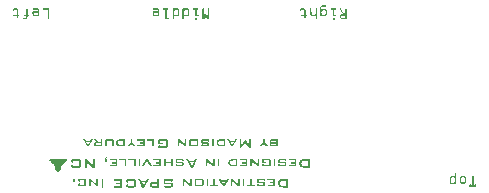
<source format=gbr>
%TF.GenerationSoftware,KiCad,Pcbnew,7.0.8*%
%TF.CreationDate,2024-01-07T14:56:32-05:00*%
%TF.ProjectId,lineFollowerArray,6c696e65-466f-46c6-9c6f-776572417272,01*%
%TF.SameCoordinates,Original*%
%TF.FileFunction,Legend,Top*%
%TF.FilePolarity,Positive*%
%FSLAX46Y46*%
G04 Gerber Fmt 4.6, Leading zero omitted, Abs format (unit mm)*
G04 Created by KiCad (PCBNEW 7.0.8) date 2024-01-07 14:56:32*
%MOMM*%
%LPD*%
G01*
G04 APERTURE LIST*
%ADD10C,0.150000*%
G04 APERTURE END LIST*
D10*
G36*
X153686576Y-102659794D02*
G01*
X153697327Y-102662649D01*
X153707192Y-102667579D01*
X153715098Y-102673597D01*
X153717232Y-102675608D01*
X153723799Y-102683320D01*
X153729328Y-102692964D01*
X153732752Y-102703493D01*
X153734019Y-102713432D01*
X153734085Y-102716397D01*
X153734085Y-103565629D01*
X153326199Y-103565629D01*
X153313092Y-103565185D01*
X153300333Y-103563852D01*
X153287922Y-103561630D01*
X153275858Y-103558519D01*
X153264143Y-103554520D01*
X153252775Y-103549632D01*
X153241754Y-103543855D01*
X153231082Y-103537190D01*
X153220757Y-103529636D01*
X153210780Y-103521193D01*
X153204322Y-103515071D01*
X153195156Y-103505463D01*
X153186891Y-103495507D01*
X153179528Y-103485204D01*
X153173067Y-103474553D01*
X153167507Y-103463554D01*
X153162848Y-103452208D01*
X153159092Y-103440513D01*
X153156237Y-103428471D01*
X153154283Y-103416081D01*
X153153231Y-103403344D01*
X153153082Y-103396857D01*
X153268314Y-103396857D01*
X153269120Y-103407382D01*
X153271539Y-103417160D01*
X153275571Y-103426189D01*
X153281216Y-103434471D01*
X153285166Y-103438867D01*
X153292878Y-103445624D01*
X153301268Y-103450721D01*
X153311687Y-103454515D01*
X153321529Y-103456056D01*
X153325955Y-103456208D01*
X153618802Y-103456208D01*
X153618802Y-103268630D01*
X153325955Y-103268630D01*
X153315822Y-103269448D01*
X153305071Y-103272386D01*
X153295206Y-103277462D01*
X153287301Y-103283656D01*
X153285166Y-103285727D01*
X153278600Y-103293676D01*
X153273646Y-103302349D01*
X153270305Y-103311748D01*
X153268577Y-103321871D01*
X153268314Y-103327981D01*
X153268314Y-103396857D01*
X153153082Y-103396857D01*
X153153031Y-103394659D01*
X153153031Y-103330179D01*
X153153477Y-103317081D01*
X153154817Y-103304347D01*
X153157050Y-103291979D01*
X153160175Y-103279975D01*
X153164194Y-103268337D01*
X153169105Y-103257063D01*
X153174910Y-103246155D01*
X153181607Y-103235611D01*
X153189198Y-103225432D01*
X153197682Y-103215618D01*
X153203833Y-103209279D01*
X153213539Y-103200331D01*
X153223606Y-103192263D01*
X153234033Y-103185075D01*
X153244820Y-103178767D01*
X153255969Y-103173340D01*
X153267478Y-103168793D01*
X153279347Y-103165125D01*
X153291578Y-103162338D01*
X153304169Y-103160431D01*
X153317120Y-103159404D01*
X153325955Y-103159209D01*
X153399472Y-103159209D01*
X153163289Y-102751812D01*
X153158481Y-102742897D01*
X153154713Y-102732868D01*
X153152685Y-102722838D01*
X153152298Y-102716152D01*
X153153151Y-102706210D01*
X153156216Y-102695619D01*
X153161509Y-102685854D01*
X153167969Y-102677985D01*
X153170128Y-102675852D01*
X153178162Y-102669286D01*
X153186664Y-102664332D01*
X153196953Y-102660645D01*
X153207852Y-102659065D01*
X153210672Y-102659000D01*
X153221029Y-102661299D01*
X153230574Y-102664838D01*
X153239309Y-102669618D01*
X153247232Y-102675639D01*
X153254345Y-102682899D01*
X153260647Y-102691400D01*
X153262940Y-102695147D01*
X153534294Y-103159209D01*
X153617337Y-103159209D01*
X153617337Y-102716885D01*
X153618178Y-102706657D01*
X153620703Y-102697130D01*
X153624910Y-102688304D01*
X153630801Y-102680180D01*
X153634922Y-102675852D01*
X153642836Y-102669286D01*
X153651405Y-102664332D01*
X153660628Y-102660991D01*
X153670505Y-102659263D01*
X153676443Y-102659000D01*
X153686576Y-102659794D01*
G37*
G36*
X152659660Y-103628155D02*
G01*
X152599088Y-103628155D01*
X152588955Y-103627314D01*
X152579500Y-103624789D01*
X152569524Y-103619843D01*
X152561522Y-103613712D01*
X152558300Y-103610570D01*
X152551733Y-103602632D01*
X152546779Y-103593994D01*
X152543438Y-103584654D01*
X152541710Y-103574613D01*
X152541447Y-103568560D01*
X152541447Y-103517269D01*
X152542253Y-103506697D01*
X152544673Y-103496779D01*
X152548705Y-103487516D01*
X152554350Y-103478907D01*
X152558300Y-103474282D01*
X152566012Y-103467240D01*
X152574402Y-103461927D01*
X152584820Y-103457973D01*
X152594662Y-103456367D01*
X152599088Y-103456208D01*
X152661126Y-103456208D01*
X152671544Y-103457085D01*
X152681215Y-103459714D01*
X152690137Y-103464097D01*
X152698312Y-103470233D01*
X152702647Y-103474526D01*
X152709095Y-103482846D01*
X152713907Y-103491563D01*
X152717403Y-103502012D01*
X152718761Y-103512980D01*
X152718767Y-103515803D01*
X152717302Y-103568560D01*
X152716495Y-103579002D01*
X152714076Y-103588742D01*
X152710044Y-103597782D01*
X152704399Y-103606120D01*
X152700449Y-103610570D01*
X152692737Y-103617422D01*
X152684347Y-103622591D01*
X152673929Y-103626438D01*
X152664086Y-103628001D01*
X152659660Y-103628155D01*
G37*
G36*
X152424699Y-102659000D02*
G01*
X152776409Y-102659000D01*
X152786541Y-102659759D01*
X152797292Y-102662488D01*
X152807157Y-102667201D01*
X152815063Y-102672953D01*
X152817197Y-102674875D01*
X152823764Y-102682243D01*
X152829294Y-102691437D01*
X152832717Y-102701455D01*
X152834033Y-102712297D01*
X152834050Y-102713710D01*
X152832997Y-102724441D01*
X152829837Y-102734409D01*
X152824570Y-102743614D01*
X152817197Y-102752056D01*
X152809485Y-102758432D01*
X152799841Y-102763802D01*
X152789312Y-102767126D01*
X152779373Y-102768356D01*
X152776409Y-102768420D01*
X152658195Y-102768420D01*
X152658195Y-103206103D01*
X152775187Y-103206103D01*
X152785320Y-103206875D01*
X152796071Y-103209645D01*
X152805936Y-103214431D01*
X152813842Y-103220271D01*
X152815976Y-103222224D01*
X152822542Y-103229545D01*
X152828072Y-103238570D01*
X152831496Y-103248298D01*
X152832812Y-103258728D01*
X152832829Y-103260081D01*
X152831775Y-103271042D01*
X152828615Y-103281208D01*
X152823349Y-103290581D01*
X152817013Y-103298131D01*
X152815976Y-103299160D01*
X152808264Y-103305536D01*
X152798620Y-103310906D01*
X152788091Y-103314230D01*
X152778152Y-103315460D01*
X152775187Y-103315524D01*
X152599088Y-103315524D01*
X152588955Y-103314683D01*
X152579500Y-103312158D01*
X152569524Y-103307212D01*
X152561522Y-103301082D01*
X152558300Y-103297939D01*
X152551733Y-103290025D01*
X152546779Y-103281456D01*
X152543438Y-103272233D01*
X152541710Y-103262356D01*
X152541447Y-103256418D01*
X152541447Y-102768420D01*
X152426164Y-102768420D01*
X152415913Y-102767649D01*
X152406316Y-102765335D01*
X152396149Y-102760801D01*
X152387955Y-102755181D01*
X152384643Y-102752300D01*
X152377791Y-102745027D01*
X152372021Y-102735914D01*
X152368449Y-102725946D01*
X152367075Y-102715123D01*
X152367057Y-102713710D01*
X152368141Y-102702765D01*
X152371393Y-102692644D01*
X152376812Y-102683347D01*
X152383332Y-102675889D01*
X152384399Y-102674875D01*
X152392171Y-102668689D01*
X152401769Y-102663480D01*
X152412130Y-102660255D01*
X152423255Y-102659015D01*
X152424699Y-102659000D01*
G37*
G36*
X151942927Y-102409655D02*
G01*
X151953677Y-102412383D01*
X151963542Y-102417096D01*
X151971448Y-102422848D01*
X151973582Y-102424771D01*
X151980955Y-102433075D01*
X151986222Y-102442356D01*
X151989382Y-102452614D01*
X151990419Y-102462392D01*
X151990435Y-102463849D01*
X151989382Y-102474886D01*
X151986222Y-102485038D01*
X151980955Y-102494303D01*
X151973582Y-102502684D01*
X151965870Y-102508775D01*
X151956226Y-102513904D01*
X151945697Y-102517079D01*
X151935758Y-102518255D01*
X151932794Y-102518316D01*
X151682689Y-102518316D01*
X151672892Y-102519134D01*
X151663375Y-102521588D01*
X151654138Y-102525679D01*
X151645182Y-102531406D01*
X151640191Y-102535413D01*
X151601112Y-102569118D01*
X151593308Y-102576104D01*
X151587421Y-102584025D01*
X151583040Y-102594222D01*
X151581260Y-102604146D01*
X151581084Y-102608685D01*
X151581084Y-102784052D01*
X151591204Y-102774587D01*
X151601291Y-102765734D01*
X151611346Y-102757490D01*
X151621369Y-102749858D01*
X151631359Y-102742836D01*
X151641317Y-102736424D01*
X151651242Y-102730624D01*
X151661135Y-102725434D01*
X151670995Y-102720854D01*
X151680823Y-102716885D01*
X151690618Y-102713527D01*
X151700381Y-102710779D01*
X151710112Y-102708642D01*
X151719810Y-102707115D01*
X151734297Y-102705970D01*
X151739109Y-102705894D01*
X151827525Y-102705894D01*
X151840273Y-102706308D01*
X151852781Y-102707551D01*
X151865049Y-102709623D01*
X151877076Y-102712523D01*
X151888862Y-102716252D01*
X151900409Y-102720809D01*
X151911714Y-102726195D01*
X151922780Y-102732410D01*
X151933605Y-102739453D01*
X151944189Y-102747325D01*
X151951112Y-102753033D01*
X151994343Y-102791379D01*
X152002114Y-102798641D01*
X152009490Y-102807053D01*
X152015335Y-102814942D01*
X152020905Y-102823630D01*
X152026202Y-102833117D01*
X152031224Y-102843403D01*
X152035656Y-102854059D01*
X152039338Y-102864655D01*
X152042268Y-102875191D01*
X152044447Y-102885668D01*
X152045875Y-102896086D01*
X152046551Y-102906443D01*
X152046611Y-102910570D01*
X152046611Y-103100591D01*
X152046370Y-103110658D01*
X152045649Y-103120588D01*
X152044447Y-103130381D01*
X152042764Y-103140036D01*
X152039984Y-103151912D01*
X152036453Y-103163573D01*
X152033087Y-103172747D01*
X152031224Y-103177283D01*
X152026202Y-103188196D01*
X152020905Y-103198191D01*
X152015335Y-103207268D01*
X152009490Y-103215427D01*
X152002114Y-103224005D01*
X151994343Y-103231260D01*
X151946960Y-103271805D01*
X151937278Y-103279618D01*
X151927282Y-103286663D01*
X151916973Y-103292939D01*
X151906351Y-103298446D01*
X151895415Y-103303185D01*
X151884166Y-103307156D01*
X151872603Y-103310358D01*
X151860727Y-103312792D01*
X151848537Y-103314457D01*
X151836034Y-103315353D01*
X151827525Y-103315524D01*
X151744482Y-103315524D01*
X151731815Y-103315121D01*
X151719366Y-103313910D01*
X151707137Y-103311892D01*
X151695126Y-103309067D01*
X151683335Y-103305435D01*
X151671762Y-103300996D01*
X151660408Y-103295749D01*
X151649274Y-103289696D01*
X151638358Y-103282835D01*
X151627661Y-103275167D01*
X151620651Y-103269607D01*
X151581084Y-103237367D01*
X151582305Y-103259348D01*
X151581237Y-103270324D01*
X151578031Y-103280536D01*
X151572688Y-103289986D01*
X151566260Y-103297628D01*
X151565208Y-103298672D01*
X151557341Y-103305238D01*
X151548913Y-103310192D01*
X151538593Y-103313878D01*
X151527541Y-103315458D01*
X151524664Y-103315524D01*
X151514412Y-103314718D01*
X151504815Y-103312299D01*
X151495873Y-103308266D01*
X151487585Y-103302621D01*
X151483143Y-103298672D01*
X151476290Y-103291055D01*
X151471121Y-103282737D01*
X151467274Y-103272372D01*
X151465712Y-103262551D01*
X151465557Y-103258127D01*
X151465557Y-103050521D01*
X151581084Y-103050521D01*
X151581926Y-103061635D01*
X151584450Y-103072079D01*
X151588657Y-103081854D01*
X151594548Y-103090958D01*
X151602121Y-103099393D01*
X151605020Y-103102056D01*
X151699298Y-103186564D01*
X151707060Y-103193204D01*
X151715509Y-103198471D01*
X151724645Y-103202364D01*
X151734469Y-103204882D01*
X151744979Y-103206027D01*
X151748635Y-103206103D01*
X151826304Y-103206103D01*
X151837312Y-103205122D01*
X151848109Y-103202177D01*
X151857197Y-103198089D01*
X151866130Y-103192559D01*
X151874908Y-103185587D01*
X151910812Y-103155301D01*
X151917784Y-103148260D01*
X151924095Y-103138917D01*
X151928443Y-103128358D01*
X151930607Y-103118340D01*
X151931328Y-103107429D01*
X151931328Y-102910325D01*
X151930241Y-102899994D01*
X151926981Y-102889943D01*
X151921546Y-102880172D01*
X151915157Y-102872020D01*
X151908614Y-102865385D01*
X151871000Y-102830702D01*
X151863011Y-102824707D01*
X151853680Y-102819658D01*
X151844136Y-102816532D01*
X151834377Y-102815330D01*
X151833143Y-102815315D01*
X151739109Y-102815315D01*
X151728485Y-102816689D01*
X151718787Y-102820145D01*
X151710178Y-102824782D01*
X151701293Y-102830964D01*
X151693680Y-102837297D01*
X151602333Y-102920584D01*
X151595112Y-102928217D01*
X151589384Y-102936280D01*
X151584591Y-102946229D01*
X151581831Y-102956763D01*
X151581084Y-102966257D01*
X151581084Y-103050521D01*
X151465557Y-103050521D01*
X151465557Y-102613570D01*
X151466077Y-102600018D01*
X151467635Y-102586840D01*
X151470233Y-102574035D01*
X151473869Y-102561604D01*
X151478544Y-102549546D01*
X151484259Y-102537862D01*
X151491012Y-102526551D01*
X151498805Y-102515614D01*
X151507636Y-102505050D01*
X151517506Y-102494860D01*
X151524664Y-102488274D01*
X151571314Y-102447974D01*
X151579828Y-102441238D01*
X151588260Y-102435800D01*
X151597740Y-102430671D01*
X151608267Y-102425851D01*
X151617840Y-102422071D01*
X151621873Y-102420618D01*
X151631987Y-102417241D01*
X151641875Y-102414436D01*
X151651536Y-102412204D01*
X151662830Y-102410280D01*
X151673798Y-102409181D01*
X151682689Y-102408895D01*
X151932794Y-102408895D01*
X151942927Y-102409655D01*
G37*
G36*
X151201531Y-102716397D02*
G01*
X151201531Y-103509697D01*
X151200724Y-103519521D01*
X151197828Y-103529948D01*
X151192824Y-103539519D01*
X151186719Y-103547192D01*
X151184678Y-103549265D01*
X151176966Y-103555641D01*
X151167322Y-103561011D01*
X151156793Y-103564335D01*
X151146854Y-103565565D01*
X151143889Y-103565629D01*
X151133756Y-103564834D01*
X151123006Y-103561980D01*
X151113141Y-103557049D01*
X151105235Y-103551032D01*
X151103101Y-103549020D01*
X151096534Y-103541415D01*
X151091004Y-103531894D01*
X151087581Y-103521487D01*
X151086314Y-103511654D01*
X151086248Y-103508720D01*
X151086248Y-103221735D01*
X150993436Y-103278155D01*
X150981697Y-103284833D01*
X150970203Y-103290855D01*
X150958954Y-103296219D01*
X150947949Y-103300927D01*
X150937189Y-103304978D01*
X150926674Y-103308372D01*
X150916404Y-103311109D01*
X150906378Y-103313189D01*
X150896597Y-103314612D01*
X150883937Y-103315488D01*
X150880840Y-103315524D01*
X150809277Y-103315524D01*
X150796216Y-103315084D01*
X150783502Y-103313764D01*
X150771137Y-103311564D01*
X150759119Y-103308483D01*
X150747449Y-103304523D01*
X150736127Y-103299682D01*
X150725152Y-103293961D01*
X150714526Y-103287360D01*
X150704247Y-103279879D01*
X150694316Y-103271518D01*
X150687888Y-103265454D01*
X150678748Y-103255921D01*
X150670471Y-103246006D01*
X150663057Y-103235708D01*
X150656507Y-103225028D01*
X150650819Y-103213967D01*
X150645994Y-103202523D01*
X150642032Y-103190697D01*
X150638932Y-103178489D01*
X150636696Y-103165899D01*
X150635323Y-103152926D01*
X150634887Y-103144066D01*
X150620477Y-102716152D01*
X150621021Y-102706031D01*
X150623761Y-102695323D01*
X150628761Y-102685530D01*
X150634988Y-102677713D01*
X150637085Y-102675608D01*
X150644904Y-102669137D01*
X150653401Y-102664255D01*
X150663942Y-102660621D01*
X150673891Y-102659145D01*
X150678362Y-102659000D01*
X150688484Y-102659829D01*
X150699192Y-102662810D01*
X150708985Y-102667958D01*
X150716802Y-102674241D01*
X150718907Y-102676341D01*
X150725318Y-102684268D01*
X150730814Y-102693900D01*
X150734355Y-102704143D01*
X150735943Y-102714997D01*
X150736004Y-102716397D01*
X150750414Y-103148706D01*
X150751518Y-103158566D01*
X150754697Y-103169118D01*
X150759921Y-103178906D01*
X150766171Y-103186846D01*
X150768244Y-103189006D01*
X150776063Y-103195668D01*
X150784559Y-103200694D01*
X150793734Y-103204083D01*
X150803587Y-103205836D01*
X150809521Y-103206103D01*
X150874001Y-103206103D01*
X150883817Y-103205484D01*
X150894030Y-103203626D01*
X150904640Y-103200529D01*
X150914051Y-103196888D01*
X150922117Y-103193159D01*
X151086248Y-103112314D01*
X151086248Y-102720549D01*
X151087054Y-102709691D01*
X151089474Y-102699558D01*
X151093506Y-102690150D01*
X151099151Y-102681466D01*
X151103101Y-102676829D01*
X151110813Y-102669882D01*
X151119203Y-102664641D01*
X151129621Y-102660741D01*
X151139464Y-102659156D01*
X151143889Y-102659000D01*
X151154022Y-102659794D01*
X151164773Y-102662649D01*
X151174638Y-102667579D01*
X151182544Y-102673597D01*
X151184678Y-102675608D01*
X151191245Y-102683320D01*
X151196774Y-102692964D01*
X151200198Y-102703493D01*
X151201465Y-102713432D01*
X151201531Y-102716397D01*
G37*
G36*
X149949786Y-102659000D02*
G01*
X150065313Y-102659000D01*
X150078511Y-102659446D01*
X150091362Y-102660786D01*
X150103865Y-102663018D01*
X150116020Y-102666144D01*
X150127827Y-102670162D01*
X150139287Y-102675074D01*
X150150399Y-102680878D01*
X150161163Y-102687576D01*
X150171579Y-102695167D01*
X150181648Y-102703650D01*
X150188167Y-102709802D01*
X150197377Y-102719508D01*
X150205681Y-102729574D01*
X150213079Y-102740001D01*
X150219571Y-102750789D01*
X150225158Y-102761937D01*
X150229838Y-102773446D01*
X150233613Y-102785316D01*
X150236481Y-102797546D01*
X150238444Y-102810137D01*
X150239501Y-102823089D01*
X150239702Y-102831923D01*
X150239702Y-103206103D01*
X150298809Y-103206103D01*
X150308942Y-103206851D01*
X150319693Y-103209538D01*
X150329558Y-103214179D01*
X150338537Y-103220773D01*
X150339598Y-103221735D01*
X150346971Y-103230039D01*
X150352237Y-103239321D01*
X150355397Y-103249579D01*
X150356434Y-103259356D01*
X150356450Y-103260814D01*
X150355397Y-103271744D01*
X150352237Y-103281819D01*
X150346971Y-103291039D01*
X150339598Y-103299404D01*
X150331886Y-103305685D01*
X150322242Y-103310975D01*
X150311713Y-103314249D01*
X150301773Y-103315461D01*
X150298809Y-103315524D01*
X150238481Y-103315524D01*
X150238481Y-103459872D01*
X150237675Y-103470207D01*
X150235255Y-103479841D01*
X150231223Y-103488773D01*
X150225578Y-103497004D01*
X150221628Y-103501393D01*
X150213916Y-103508150D01*
X150205526Y-103513247D01*
X150195108Y-103517041D01*
X150185265Y-103518582D01*
X150180840Y-103518734D01*
X150169803Y-103517635D01*
X150159407Y-103514338D01*
X150149653Y-103508842D01*
X150141644Y-103502231D01*
X150140540Y-103501149D01*
X150133688Y-103493246D01*
X150128518Y-103484713D01*
X150125032Y-103475548D01*
X150123229Y-103465753D01*
X150122954Y-103459872D01*
X150122954Y-103315524D01*
X149890679Y-103315524D01*
X149880820Y-103314741D01*
X149870268Y-103311929D01*
X149860479Y-103307070D01*
X149852540Y-103301142D01*
X149850379Y-103299160D01*
X149843622Y-103291815D01*
X149837932Y-103282706D01*
X149834410Y-103272833D01*
X149833055Y-103262197D01*
X149833038Y-103260814D01*
X149834122Y-103249869D01*
X149837373Y-103239748D01*
X149842792Y-103230451D01*
X149849312Y-103222993D01*
X149850379Y-103221979D01*
X149858151Y-103215793D01*
X149867749Y-103210584D01*
X149878111Y-103207359D01*
X149889235Y-103206119D01*
X149890679Y-103206103D01*
X150124420Y-103206103D01*
X150124420Y-102826794D01*
X150123578Y-102816733D01*
X150121054Y-102807280D01*
X150116846Y-102798434D01*
X150110956Y-102790196D01*
X150106834Y-102785762D01*
X150098837Y-102779005D01*
X150090231Y-102773907D01*
X150081018Y-102770469D01*
X150071198Y-102768691D01*
X150065313Y-102768420D01*
X149952473Y-102768420D01*
X149941474Y-102769153D01*
X149931437Y-102771351D01*
X149922362Y-102775015D01*
X149912371Y-102781655D01*
X149905459Y-102788616D01*
X149899510Y-102797043D01*
X149894522Y-102806934D01*
X149891412Y-102815315D01*
X149887187Y-102826306D01*
X149882085Y-102835831D01*
X149876105Y-102843891D01*
X149867395Y-102851906D01*
X149857314Y-102857630D01*
X149845862Y-102861065D01*
X149835712Y-102862164D01*
X149833038Y-102862210D01*
X149822369Y-102861450D01*
X149812588Y-102859171D01*
X149802498Y-102854706D01*
X149793568Y-102848256D01*
X149791517Y-102846334D01*
X149784464Y-102837877D01*
X149779427Y-102828382D01*
X149776404Y-102817849D01*
X149775412Y-102807781D01*
X149775397Y-102806278D01*
X149776164Y-102793947D01*
X149778465Y-102781625D01*
X149782300Y-102769309D01*
X149786184Y-102760078D01*
X149790930Y-102750851D01*
X149796539Y-102741628D01*
X149803011Y-102732410D01*
X149810347Y-102723196D01*
X149818545Y-102713986D01*
X149824489Y-102707848D01*
X149833933Y-102699118D01*
X149843852Y-102691247D01*
X149854249Y-102684235D01*
X149865122Y-102678081D01*
X149876471Y-102672786D01*
X149888297Y-102668349D01*
X149900599Y-102664772D01*
X149913379Y-102662053D01*
X149926634Y-102660192D01*
X149940366Y-102659190D01*
X149949786Y-102659000D01*
G37*
G36*
X148795603Y-117829050D02*
G01*
X148330809Y-117829050D01*
X148318473Y-117828960D01*
X148306316Y-117828689D01*
X148294338Y-117828237D01*
X148282540Y-117827604D01*
X148270922Y-117826790D01*
X148259482Y-117825796D01*
X148248222Y-117824621D01*
X148237142Y-117823265D01*
X148226240Y-117821728D01*
X148215519Y-117820011D01*
X148204976Y-117818112D01*
X148194613Y-117816033D01*
X148184429Y-117813773D01*
X148174425Y-117811332D01*
X148164600Y-117808711D01*
X148154954Y-117805908D01*
X148145488Y-117802925D01*
X148136201Y-117799761D01*
X148118165Y-117792891D01*
X148100846Y-117785298D01*
X148084246Y-117776981D01*
X148068362Y-117767941D01*
X148053196Y-117758178D01*
X148038748Y-117747692D01*
X148025017Y-117736482D01*
X148012062Y-117724609D01*
X147999944Y-117712131D01*
X147988661Y-117699047D01*
X147978214Y-117685359D01*
X147968602Y-117671066D01*
X147959827Y-117656168D01*
X147951887Y-117640666D01*
X147944783Y-117624558D01*
X147938515Y-117607846D01*
X147933082Y-117590528D01*
X147928485Y-117572606D01*
X147924725Y-117554079D01*
X147921799Y-117534947D01*
X147920650Y-117525154D01*
X147919710Y-117515210D01*
X147918979Y-117505115D01*
X147918456Y-117494868D01*
X147918143Y-117484470D01*
X147918109Y-117481004D01*
X148091695Y-117481004D01*
X148091931Y-117494534D01*
X148092638Y-117507646D01*
X148093816Y-117520340D01*
X148095466Y-117532616D01*
X148097586Y-117544474D01*
X148100179Y-117555914D01*
X148103242Y-117566937D01*
X148106777Y-117577541D01*
X148110783Y-117587728D01*
X148115261Y-117597497D01*
X148120209Y-117606848D01*
X148125630Y-117615781D01*
X148131521Y-117624296D01*
X148137884Y-117632393D01*
X148144718Y-117640072D01*
X148152023Y-117647334D01*
X148159758Y-117654195D01*
X148167941Y-117660614D01*
X148176572Y-117666591D01*
X148185652Y-117672124D01*
X148195181Y-117677215D01*
X148205157Y-117681864D01*
X148215582Y-117686069D01*
X148226456Y-117689832D01*
X148237778Y-117693152D01*
X148249548Y-117696030D01*
X148261767Y-117698464D01*
X148274434Y-117700457D01*
X148287550Y-117702006D01*
X148301114Y-117703113D01*
X148315127Y-117703777D01*
X148329588Y-117703998D01*
X148627564Y-117703998D01*
X148627564Y-117250683D01*
X148410188Y-117250683D01*
X148399433Y-117250736D01*
X148388877Y-117250892D01*
X148378518Y-117251153D01*
X148368357Y-117251519D01*
X148358395Y-117251989D01*
X148348630Y-117252564D01*
X148329694Y-117254026D01*
X148311551Y-117255907D01*
X148294199Y-117258205D01*
X148277639Y-117260922D01*
X148261871Y-117264056D01*
X148246895Y-117267608D01*
X148232711Y-117271578D01*
X148219319Y-117275965D01*
X148206718Y-117280771D01*
X148194910Y-117285995D01*
X148183893Y-117291636D01*
X148173668Y-117297695D01*
X148164235Y-117304173D01*
X148155451Y-117311132D01*
X148147234Y-117318636D01*
X148139583Y-117326687D01*
X148132499Y-117335283D01*
X148125982Y-117344425D01*
X148120031Y-117354113D01*
X148114647Y-117364346D01*
X148109830Y-117375125D01*
X148105580Y-117386450D01*
X148101896Y-117398321D01*
X148098779Y-117410737D01*
X148096229Y-117423699D01*
X148094245Y-117437207D01*
X148092828Y-117451260D01*
X148091978Y-117465859D01*
X148091695Y-117481004D01*
X147918109Y-117481004D01*
X147918038Y-117473921D01*
X147918202Y-117461421D01*
X147918691Y-117449077D01*
X147919507Y-117436890D01*
X147920649Y-117424859D01*
X147922117Y-117412985D01*
X147923912Y-117401267D01*
X147926033Y-117389705D01*
X147928480Y-117378300D01*
X147931253Y-117367052D01*
X147934353Y-117355960D01*
X147937779Y-117345024D01*
X147941531Y-117334245D01*
X147945610Y-117323622D01*
X147950015Y-117313156D01*
X147954746Y-117302846D01*
X147959804Y-117292693D01*
X147965129Y-117282752D01*
X147970722Y-117273077D01*
X147976585Y-117263670D01*
X147982717Y-117254530D01*
X147989118Y-117245657D01*
X147995788Y-117237052D01*
X148002727Y-117228713D01*
X148009935Y-117220642D01*
X148017412Y-117212837D01*
X148025158Y-117205300D01*
X148033173Y-117198030D01*
X148041457Y-117191027D01*
X148050011Y-117184291D01*
X148058833Y-117177823D01*
X148067924Y-117171621D01*
X148077285Y-117165687D01*
X148086325Y-117160375D01*
X148095769Y-117155337D01*
X148105616Y-117150574D01*
X148115867Y-117146086D01*
X148126522Y-117141873D01*
X148137580Y-117137935D01*
X148149042Y-117134271D01*
X148160907Y-117130882D01*
X148173176Y-117127768D01*
X148185849Y-117124929D01*
X148194521Y-117123189D01*
X148207967Y-117120832D01*
X148222107Y-117118706D01*
X148231921Y-117117418D01*
X148242044Y-117116233D01*
X148252476Y-117115151D01*
X148263216Y-117114173D01*
X148274267Y-117113297D01*
X148285626Y-117112524D01*
X148297294Y-117111854D01*
X148309272Y-117111287D01*
X148321558Y-117110824D01*
X148334154Y-117110463D01*
X148347059Y-117110206D01*
X148360272Y-117110051D01*
X148373796Y-117110000D01*
X148795603Y-117110000D01*
X148795603Y-117829050D01*
G37*
G36*
X147662316Y-117110000D02*
G01*
X147662316Y-117703998D01*
X147027285Y-117703998D01*
X147027285Y-117594577D01*
X147516747Y-117594577D01*
X147516747Y-117485157D01*
X147231716Y-117485157D01*
X147231716Y-117375736D01*
X147516747Y-117375736D01*
X147516747Y-117219420D01*
X147019713Y-117219420D01*
X147019713Y-117110000D01*
X147662316Y-117110000D01*
G37*
G36*
X146264514Y-117594577D02*
G01*
X146671911Y-117594577D01*
X146671911Y-117469525D01*
X146286252Y-117469525D01*
X146275127Y-117469416D01*
X146264468Y-117469090D01*
X146254275Y-117468546D01*
X146239858Y-117467322D01*
X146226489Y-117465609D01*
X146214167Y-117463407D01*
X146202893Y-117460715D01*
X146192666Y-117457534D01*
X146183487Y-117453863D01*
X146172877Y-117448207D01*
X146164130Y-117441681D01*
X146156746Y-117434003D01*
X146150346Y-117424767D01*
X146144931Y-117413975D01*
X146140500Y-117401625D01*
X146137823Y-117391341D01*
X146135700Y-117380182D01*
X146134131Y-117368146D01*
X146133115Y-117355235D01*
X146132654Y-117341447D01*
X146132623Y-117336657D01*
X146132623Y-117252393D01*
X146132749Y-117242279D01*
X146133410Y-117227877D01*
X146134638Y-117214398D01*
X146136433Y-117201842D01*
X146138794Y-117190209D01*
X146141722Y-117179500D01*
X146145217Y-117169713D01*
X146150758Y-117158100D01*
X146157307Y-117148128D01*
X146164863Y-117139797D01*
X146173759Y-117132813D01*
X146184448Y-117126761D01*
X146193643Y-117122832D01*
X146203846Y-117119428D01*
X146215058Y-117116547D01*
X146227279Y-117114190D01*
X146240509Y-117112357D01*
X146254747Y-117111047D01*
X146264801Y-117110465D01*
X146275302Y-117110116D01*
X146286252Y-117110000D01*
X146670446Y-117110000D01*
X146681664Y-117110116D01*
X146692420Y-117110465D01*
X146702715Y-117111047D01*
X146712547Y-117111862D01*
X146726430Y-117113521D01*
X146739275Y-117115703D01*
X146751080Y-117118409D01*
X146761846Y-117121639D01*
X146771573Y-117125393D01*
X146782927Y-117131213D01*
X146792433Y-117137964D01*
X146794521Y-117139797D01*
X146802135Y-117148128D01*
X146808733Y-117158100D01*
X146814316Y-117169713D01*
X146817838Y-117179500D01*
X146820788Y-117190209D01*
X146823167Y-117201842D01*
X146824975Y-117214398D01*
X146826212Y-117227877D01*
X146826879Y-117242279D01*
X146827006Y-117252393D01*
X146827006Y-117270711D01*
X146698534Y-117297578D01*
X146698534Y-117219420D01*
X146263049Y-117219420D01*
X146263049Y-117360104D01*
X146646510Y-117360104D01*
X146657668Y-117360216D01*
X146668366Y-117360551D01*
X146678604Y-117361109D01*
X146688382Y-117361890D01*
X146702188Y-117363481D01*
X146714958Y-117365574D01*
X146726694Y-117368169D01*
X146737395Y-117371267D01*
X146747062Y-117374867D01*
X146758341Y-117380448D01*
X146767780Y-117386922D01*
X146769853Y-117388681D01*
X146777352Y-117396649D01*
X146783851Y-117406144D01*
X146789350Y-117417165D01*
X146792818Y-117426433D01*
X146795724Y-117436560D01*
X146798068Y-117447545D01*
X146799849Y-117459389D01*
X146801067Y-117472091D01*
X146801724Y-117485653D01*
X146801849Y-117495170D01*
X146801849Y-117561605D01*
X146801724Y-117571601D01*
X146801067Y-117585845D01*
X146799849Y-117599187D01*
X146798068Y-117611628D01*
X146795724Y-117623167D01*
X146792818Y-117633805D01*
X146789350Y-117643540D01*
X146783851Y-117655119D01*
X146777352Y-117665095D01*
X146769853Y-117673468D01*
X146760873Y-117680623D01*
X146750054Y-117686825D01*
X146740732Y-117690850D01*
X146730376Y-117694338D01*
X146718985Y-117697290D01*
X146706559Y-117699705D01*
X146693099Y-117701583D01*
X146678604Y-117702925D01*
X146668366Y-117703521D01*
X146657668Y-117703879D01*
X146646510Y-117703998D01*
X146295289Y-117703998D01*
X146284306Y-117703885D01*
X146273765Y-117703544D01*
X146263667Y-117702976D01*
X146249350Y-117701699D01*
X146236029Y-117699911D01*
X146223705Y-117697612D01*
X146212376Y-117694802D01*
X146202043Y-117691481D01*
X146192707Y-117687649D01*
X146181808Y-117681745D01*
X146172679Y-117674933D01*
X146164894Y-117666972D01*
X146158147Y-117657622D01*
X146152437Y-117646883D01*
X146147766Y-117634755D01*
X146144944Y-117624748D01*
X146142706Y-117613958D01*
X146141051Y-117602388D01*
X146139981Y-117590036D01*
X146139494Y-117576903D01*
X146139462Y-117572351D01*
X146139462Y-117558185D01*
X146264514Y-117532051D01*
X146264514Y-117594577D01*
G37*
G36*
X145530565Y-117594577D02*
G01*
X145530565Y-117110000D01*
X145674668Y-117110000D01*
X145674668Y-117594577D01*
X145960432Y-117594577D01*
X145960432Y-117703998D01*
X145244068Y-117703998D01*
X145244068Y-117594577D01*
X145530565Y-117594577D01*
G37*
G36*
X145057710Y-117110000D02*
G01*
X145057710Y-117703998D01*
X144914096Y-117703998D01*
X144914096Y-117110000D01*
X145057710Y-117110000D01*
G37*
G36*
X144650313Y-117110000D02*
G01*
X144650313Y-117703998D01*
X144551151Y-117703998D01*
X144048743Y-117309546D01*
X144048743Y-117703998D01*
X143918073Y-117703998D01*
X143918073Y-117110000D01*
X144017969Y-117110000D01*
X144518911Y-117510558D01*
X144518911Y-117110000D01*
X144650313Y-117110000D01*
G37*
G36*
X143133565Y-117235052D02*
G01*
X143525331Y-117235052D01*
X143599825Y-117110000D01*
X143743928Y-117110000D01*
X143392707Y-117703998D01*
X143253977Y-117703998D01*
X143037996Y-117344473D01*
X143192428Y-117344473D01*
X143330425Y-117595066D01*
X143463782Y-117344473D01*
X143192428Y-117344473D01*
X143037996Y-117344473D01*
X142897138Y-117110000D01*
X143059071Y-117110000D01*
X143133565Y-117235052D01*
G37*
G36*
X142435519Y-117594577D02*
G01*
X142435519Y-117110000D01*
X142579622Y-117110000D01*
X142579622Y-117594577D01*
X142865387Y-117594577D01*
X142865387Y-117703998D01*
X142149022Y-117703998D01*
X142149022Y-117594577D01*
X142435519Y-117594577D01*
G37*
G36*
X142000767Y-117110000D02*
G01*
X142000767Y-117703998D01*
X141857152Y-117703998D01*
X141857152Y-117110000D01*
X142000767Y-117110000D01*
G37*
G36*
X141465033Y-117110111D02*
G01*
X141475694Y-117110446D01*
X141485892Y-117111004D01*
X141500320Y-117112260D01*
X141513705Y-117114018D01*
X141526046Y-117116278D01*
X141537344Y-117119041D01*
X141547598Y-117122306D01*
X141556810Y-117126074D01*
X141567469Y-117131878D01*
X141576273Y-117138576D01*
X141583657Y-117146567D01*
X141590057Y-117156131D01*
X141595473Y-117167267D01*
X141598888Y-117176651D01*
X141601749Y-117186919D01*
X141604057Y-117198071D01*
X141605811Y-117210109D01*
X141607011Y-117223030D01*
X141607657Y-117236836D01*
X141607780Y-117246531D01*
X141607780Y-117563314D01*
X141607657Y-117573279D01*
X141607011Y-117587467D01*
X141605811Y-117600744D01*
X141604057Y-117613112D01*
X141601749Y-117624570D01*
X141598888Y-117635117D01*
X141595473Y-117644754D01*
X141590057Y-117656188D01*
X141583657Y-117666003D01*
X141576273Y-117674200D01*
X141567469Y-117681184D01*
X141556810Y-117687237D01*
X141547598Y-117691165D01*
X141537344Y-117694570D01*
X141526046Y-117697451D01*
X141513705Y-117699808D01*
X141500320Y-117701641D01*
X141485892Y-117702951D01*
X141475694Y-117703533D01*
X141465033Y-117703882D01*
X141453907Y-117703998D01*
X140995952Y-117703998D01*
X140984740Y-117703882D01*
X140974001Y-117703533D01*
X140963735Y-117702951D01*
X140953942Y-117702136D01*
X140940140Y-117700477D01*
X140927404Y-117698295D01*
X140915731Y-117695588D01*
X140905124Y-117692358D01*
X140895581Y-117688605D01*
X140884514Y-117682785D01*
X140875340Y-117676034D01*
X140873342Y-117674200D01*
X140866015Y-117666003D01*
X140859664Y-117656188D01*
X140854291Y-117644754D01*
X140850902Y-117635117D01*
X140848063Y-117624570D01*
X140845773Y-117613112D01*
X140844033Y-117600744D01*
X140842842Y-117587467D01*
X140842201Y-117573279D01*
X140842079Y-117563314D01*
X140842079Y-117246531D01*
X140842358Y-117232136D01*
X140843146Y-117219420D01*
X140986182Y-117219420D01*
X140986182Y-117594577D01*
X141463433Y-117594577D01*
X141463433Y-117219420D01*
X140986182Y-117219420D01*
X140843146Y-117219420D01*
X140843195Y-117218625D01*
X140844590Y-117205998D01*
X140846544Y-117194256D01*
X140849055Y-117183398D01*
X140852125Y-117173424D01*
X140855753Y-117164335D01*
X140861458Y-117153593D01*
X140868156Y-117144422D01*
X140873830Y-117138576D01*
X140882684Y-117131878D01*
X140893370Y-117126074D01*
X140902586Y-117122306D01*
X140912833Y-117119041D01*
X140924110Y-117116278D01*
X140936418Y-117114018D01*
X140949756Y-117112260D01*
X140964124Y-117111004D01*
X140974275Y-117110446D01*
X140984885Y-117110111D01*
X140995952Y-117110000D01*
X141453907Y-117110000D01*
X141465033Y-117110111D01*
G37*
G36*
X140592951Y-117110000D02*
G01*
X140592951Y-117703998D01*
X140493789Y-117703998D01*
X139991381Y-117309546D01*
X139991381Y-117703998D01*
X139860711Y-117703998D01*
X139860711Y-117110000D01*
X139960606Y-117110000D01*
X140461548Y-117510558D01*
X140461548Y-117110000D01*
X140592951Y-117110000D01*
G37*
G36*
X138376447Y-117703998D02*
G01*
X138849301Y-117703998D01*
X138849301Y-117547683D01*
X138398918Y-117547683D01*
X138385937Y-117547541D01*
X138373493Y-117547114D01*
X138361589Y-117546403D01*
X138350222Y-117545408D01*
X138339393Y-117544129D01*
X138329102Y-117542565D01*
X138319350Y-117540717D01*
X138305730Y-117537412D01*
X138293321Y-117533467D01*
X138282122Y-117528882D01*
X138272135Y-117523658D01*
X138263358Y-117517794D01*
X138255791Y-117511290D01*
X138249113Y-117503965D01*
X138243092Y-117495545D01*
X138237727Y-117486031D01*
X138233019Y-117475421D01*
X138228969Y-117463717D01*
X138225575Y-117450918D01*
X138222838Y-117437024D01*
X138221378Y-117427153D01*
X138220210Y-117416795D01*
X138219335Y-117405951D01*
X138218751Y-117394621D01*
X138218459Y-117382804D01*
X138218422Y-117376713D01*
X138218422Y-117282679D01*
X138218568Y-117270499D01*
X138219006Y-117258808D01*
X138219736Y-117247608D01*
X138220758Y-117236899D01*
X138222071Y-117226680D01*
X138223677Y-117216951D01*
X138226633Y-117203278D01*
X138230246Y-117190707D01*
X138234516Y-117179241D01*
X138239442Y-117168877D01*
X138245026Y-117159617D01*
X138251266Y-117151461D01*
X138255791Y-117146636D01*
X138263358Y-117140089D01*
X138272135Y-117134185D01*
X138282122Y-117128926D01*
X138293321Y-117124311D01*
X138305730Y-117120339D01*
X138319350Y-117117012D01*
X138329102Y-117115151D01*
X138339393Y-117113577D01*
X138350222Y-117112289D01*
X138361589Y-117111287D01*
X138373493Y-117110572D01*
X138385937Y-117110143D01*
X138398918Y-117110000D01*
X138845394Y-117110000D01*
X138858346Y-117110143D01*
X138870764Y-117110572D01*
X138882648Y-117111287D01*
X138893998Y-117112289D01*
X138904813Y-117113577D01*
X138915094Y-117115151D01*
X138924841Y-117117012D01*
X138938460Y-117120339D01*
X138950876Y-117124311D01*
X138962090Y-117128926D01*
X138972102Y-117134185D01*
X138980912Y-117140089D01*
X138988520Y-117146636D01*
X138995154Y-117154057D01*
X139001137Y-117162581D01*
X139006466Y-117172209D01*
X139011143Y-117182940D01*
X139015167Y-117194775D01*
X139018539Y-117207713D01*
X139021258Y-117221754D01*
X139022708Y-117231728D01*
X139023868Y-117242192D01*
X139024738Y-117253147D01*
X139025318Y-117264592D01*
X139025609Y-117276528D01*
X139025645Y-117282679D01*
X139025645Y-117300753D01*
X138877389Y-117328841D01*
X138877389Y-117250683D01*
X138366678Y-117250683D01*
X138366678Y-117406999D01*
X138817306Y-117406999D01*
X138830197Y-117407142D01*
X138842554Y-117407571D01*
X138854377Y-117408287D01*
X138865666Y-117409289D01*
X138876420Y-117410577D01*
X138886640Y-117412151D01*
X138896326Y-117414011D01*
X138909853Y-117417339D01*
X138922177Y-117421310D01*
X138933300Y-117425925D01*
X138943220Y-117431185D01*
X138951939Y-117437088D01*
X138959455Y-117443635D01*
X138966046Y-117451106D01*
X138971989Y-117459689D01*
X138977283Y-117469384D01*
X138981929Y-117480192D01*
X138985927Y-117492111D01*
X138989276Y-117505141D01*
X138991978Y-117519284D01*
X138993418Y-117529331D01*
X138994571Y-117539871D01*
X138995435Y-117550906D01*
X138996011Y-117562435D01*
X138996300Y-117574459D01*
X138996336Y-117580655D01*
X138996336Y-117661744D01*
X138996192Y-117673565D01*
X138995759Y-117684909D01*
X138995039Y-117695776D01*
X138994031Y-117706166D01*
X138992734Y-117716079D01*
X138990249Y-117730053D01*
X138987115Y-117742955D01*
X138983334Y-117754783D01*
X138978904Y-117765538D01*
X138973825Y-117775219D01*
X138968099Y-117783827D01*
X138961724Y-117791362D01*
X138959455Y-117793635D01*
X138951939Y-117799964D01*
X138943220Y-117805671D01*
X138933300Y-117810755D01*
X138922177Y-117815216D01*
X138909853Y-117819055D01*
X138896326Y-117822272D01*
X138886640Y-117824070D01*
X138876420Y-117825592D01*
X138865666Y-117826837D01*
X138854377Y-117827805D01*
X138842554Y-117828497D01*
X138830197Y-117828912D01*
X138817306Y-117829050D01*
X138407222Y-117829050D01*
X138394738Y-117828917D01*
X138382748Y-117828516D01*
X138371252Y-117827848D01*
X138360251Y-117826913D01*
X138349744Y-117825711D01*
X138339731Y-117824242D01*
X138325638Y-117821537D01*
X138312657Y-117818231D01*
X138300788Y-117814324D01*
X138290031Y-117809816D01*
X138280386Y-117804707D01*
X138271853Y-117798997D01*
X138266782Y-117794856D01*
X138259842Y-117787979D01*
X138253585Y-117780170D01*
X138248010Y-117771430D01*
X138243117Y-117761758D01*
X138238908Y-117751154D01*
X138235381Y-117739618D01*
X138232536Y-117727151D01*
X138230375Y-117713753D01*
X138228896Y-117699422D01*
X138228289Y-117689351D01*
X138227986Y-117678866D01*
X138227948Y-117673468D01*
X138227948Y-117659057D01*
X138376447Y-117625840D01*
X138376447Y-117703998D01*
G37*
G36*
X137870132Y-117829050D02*
G01*
X137252197Y-117829050D01*
X137241606Y-117828921D01*
X137231387Y-117828531D01*
X137221540Y-117827883D01*
X137207467Y-117826423D01*
X137194232Y-117824379D01*
X137181833Y-117821752D01*
X137170272Y-117818540D01*
X137159548Y-117814745D01*
X137149661Y-117810366D01*
X137140612Y-117805403D01*
X137132399Y-117799856D01*
X137127389Y-117795833D01*
X137118345Y-117786957D01*
X137110506Y-117776813D01*
X137105418Y-117768374D01*
X137101009Y-117759222D01*
X137097278Y-117749357D01*
X137094226Y-117738780D01*
X137091852Y-117727490D01*
X137090156Y-117715487D01*
X137089138Y-117702772D01*
X137088799Y-117689344D01*
X137088799Y-117648311D01*
X137250976Y-117648311D01*
X137251543Y-117659207D01*
X137253637Y-117670292D01*
X137257273Y-117679623D01*
X137263318Y-117688141D01*
X137267096Y-117691542D01*
X137276774Y-117696991D01*
X137286317Y-117700057D01*
X137297817Y-117702246D01*
X137308897Y-117703402D01*
X137318739Y-117703889D01*
X137326692Y-117703998D01*
X137704779Y-117703998D01*
X137704779Y-117516420D01*
X137326692Y-117516420D01*
X137316197Y-117516610D01*
X137304302Y-117517386D01*
X137293766Y-117518757D01*
X137282919Y-117521190D01*
X137272737Y-117525114D01*
X137267096Y-117528632D01*
X137260044Y-117536051D01*
X137255006Y-117545851D01*
X137252251Y-117556380D01*
X137251118Y-117566855D01*
X137250976Y-117572595D01*
X137250976Y-117648311D01*
X137088799Y-117648311D01*
X137088799Y-117531074D01*
X137089138Y-117517688D01*
X137090156Y-117505005D01*
X137091852Y-117493027D01*
X137094226Y-117481752D01*
X137097278Y-117471182D01*
X137101009Y-117461316D01*
X137105418Y-117452154D01*
X137110506Y-117443696D01*
X137118345Y-117433514D01*
X137127389Y-117424584D01*
X137137781Y-117416799D01*
X137146552Y-117411641D01*
X137156159Y-117407067D01*
X137166604Y-117403078D01*
X137177887Y-117399672D01*
X137190006Y-117396849D01*
X137202962Y-117394611D01*
X137216756Y-117392957D01*
X137231387Y-117391886D01*
X137241606Y-117391497D01*
X137252197Y-117391367D01*
X137704779Y-117391367D01*
X137704779Y-117110000D01*
X137870132Y-117110000D01*
X137870132Y-117829050D01*
G37*
G36*
X136297208Y-117266315D02*
G01*
X136755408Y-117266315D01*
X136839427Y-117110000D01*
X137006978Y-117110000D01*
X136598115Y-117829050D01*
X136436182Y-117829050D01*
X136184038Y-117391367D01*
X136367061Y-117391367D01*
X136522888Y-117687634D01*
X136683600Y-117391367D01*
X136367061Y-117391367D01*
X136184038Y-117391367D01*
X136021946Y-117110000D01*
X136210502Y-117110000D01*
X136297208Y-117266315D01*
G37*
G36*
X135233775Y-117703998D02*
G01*
X135686845Y-117703998D01*
X135686845Y-117250683D01*
X135233775Y-117250683D01*
X135233775Y-117406999D01*
X135065491Y-117371828D01*
X135065491Y-117285854D01*
X135065637Y-117273347D01*
X135066075Y-117261350D01*
X135066805Y-117249862D01*
X135067827Y-117238883D01*
X135069141Y-117228414D01*
X135070746Y-117218455D01*
X135073702Y-117204471D01*
X135077315Y-117191633D01*
X135081585Y-117179941D01*
X135086511Y-117169396D01*
X135092095Y-117159997D01*
X135098335Y-117151745D01*
X135102860Y-117146880D01*
X135110416Y-117140289D01*
X135119161Y-117134347D01*
X135129095Y-117129052D01*
X135140218Y-117124406D01*
X135152531Y-117120408D01*
X135166032Y-117117059D01*
X135175694Y-117115186D01*
X135185885Y-117113601D01*
X135196604Y-117112305D01*
X135207851Y-117111296D01*
X135219628Y-117110576D01*
X135231932Y-117110144D01*
X135244766Y-117110000D01*
X135676098Y-117110000D01*
X135688990Y-117110144D01*
X135701347Y-117110576D01*
X135713170Y-117111296D01*
X135724458Y-117112305D01*
X135735213Y-117113601D01*
X135745433Y-117115186D01*
X135755119Y-117117059D01*
X135768645Y-117120408D01*
X135780970Y-117124406D01*
X135792093Y-117129052D01*
X135802013Y-117134347D01*
X135810732Y-117140289D01*
X135818248Y-117146880D01*
X135824839Y-117154368D01*
X135830781Y-117163003D01*
X135836076Y-117172784D01*
X135840722Y-117183711D01*
X135844720Y-117195785D01*
X135848069Y-117209005D01*
X135850770Y-117223371D01*
X135852211Y-117233585D01*
X135853364Y-117244309D01*
X135854228Y-117255542D01*
X135854804Y-117267285D01*
X135855092Y-117279537D01*
X135855128Y-117285854D01*
X135855128Y-117661011D01*
X135854984Y-117672863D01*
X135854552Y-117684237D01*
X135853832Y-117695135D01*
X135852823Y-117705555D01*
X135851527Y-117715499D01*
X135849042Y-117729519D01*
X135845908Y-117742466D01*
X135842127Y-117754340D01*
X135837696Y-117765141D01*
X135832618Y-117774868D01*
X135826892Y-117783522D01*
X135820517Y-117791103D01*
X135818248Y-117793391D01*
X135810732Y-117799764D01*
X135802013Y-117805510D01*
X135792093Y-117810629D01*
X135780970Y-117815121D01*
X135768645Y-117818986D01*
X135755119Y-117822225D01*
X135745433Y-117824036D01*
X135735213Y-117825568D01*
X135724458Y-117826822D01*
X135713170Y-117827797D01*
X135701347Y-117828493D01*
X135688990Y-117828911D01*
X135676098Y-117829050D01*
X135244766Y-117829050D01*
X135231932Y-117828911D01*
X135219628Y-117828493D01*
X135207851Y-117827797D01*
X135196604Y-117826822D01*
X135185885Y-117825568D01*
X135175694Y-117824036D01*
X135166032Y-117822225D01*
X135152531Y-117818986D01*
X135140218Y-117815121D01*
X135129095Y-117810629D01*
X135119161Y-117805510D01*
X135110416Y-117799764D01*
X135102860Y-117793391D01*
X135096182Y-117786168D01*
X135090161Y-117777872D01*
X135084796Y-117768503D01*
X135080089Y-117758060D01*
X135076038Y-117746544D01*
X135072644Y-117733954D01*
X135069907Y-117720291D01*
X135068447Y-117710586D01*
X135067279Y-117700405D01*
X135066404Y-117689746D01*
X135065820Y-117678610D01*
X135065528Y-117666997D01*
X135065491Y-117661011D01*
X135065491Y-117590669D01*
X135233775Y-117563314D01*
X135233775Y-117703998D01*
G37*
G36*
X134731123Y-117110000D02*
G01*
X134731123Y-117829050D01*
X133991555Y-117829050D01*
X133991555Y-117703998D01*
X134563084Y-117703998D01*
X134563084Y-117547683D01*
X134229448Y-117547683D01*
X134229448Y-117422630D01*
X134563084Y-117422630D01*
X134563084Y-117250683D01*
X133984717Y-117250683D01*
X133984717Y-117110000D01*
X134731123Y-117110000D01*
G37*
G36*
X133133775Y-117110000D02*
G01*
X133133775Y-117829050D01*
X132965735Y-117829050D01*
X132965735Y-117110000D01*
X133133775Y-117110000D01*
G37*
G36*
X132649197Y-117110000D02*
G01*
X132649197Y-117703998D01*
X132550034Y-117703998D01*
X132047627Y-117309546D01*
X132047627Y-117703998D01*
X131916957Y-117703998D01*
X131916957Y-117110000D01*
X132016852Y-117110000D01*
X132517794Y-117510558D01*
X132517794Y-117110000D01*
X132649197Y-117110000D01*
G37*
G36*
X131133914Y-117594577D02*
G01*
X131522749Y-117594577D01*
X131522749Y-117219420D01*
X131133914Y-117219420D01*
X131133914Y-117344473D01*
X130988101Y-117315163D01*
X130988101Y-117246043D01*
X130988385Y-117231778D01*
X130989235Y-117218385D01*
X130990651Y-117205864D01*
X130992635Y-117194214D01*
X130995185Y-117183435D01*
X130998302Y-117173528D01*
X131003340Y-117161675D01*
X131009385Y-117151371D01*
X131016437Y-117142616D01*
X131020341Y-117138820D01*
X131029264Y-117132065D01*
X131040033Y-117126211D01*
X131049323Y-117122412D01*
X131059651Y-117119119D01*
X131071018Y-117116332D01*
X131083425Y-117114052D01*
X131096870Y-117112279D01*
X131111354Y-117111013D01*
X131121588Y-117110450D01*
X131132283Y-117110112D01*
X131143440Y-117110000D01*
X131513223Y-117110000D01*
X131524204Y-117110111D01*
X131534736Y-117110446D01*
X131544819Y-117111004D01*
X131559104Y-117112260D01*
X131572380Y-117114018D01*
X131584646Y-117116278D01*
X131595904Y-117119041D01*
X131606153Y-117122306D01*
X131615393Y-117126074D01*
X131626144Y-117131878D01*
X131635100Y-117138576D01*
X131642599Y-117146506D01*
X131649099Y-117156009D01*
X131654598Y-117167084D01*
X131658066Y-117176422D01*
X131660972Y-117186644D01*
X131663316Y-117197751D01*
X131665097Y-117209742D01*
X131666315Y-117222618D01*
X131666971Y-117236378D01*
X131667096Y-117246043D01*
X131667096Y-117563803D01*
X131666972Y-117573737D01*
X131666321Y-117587885D01*
X131665112Y-117601126D01*
X131663344Y-117613462D01*
X131661019Y-117624891D01*
X131658135Y-117635415D01*
X131654693Y-117645033D01*
X131649236Y-117656447D01*
X131642786Y-117666251D01*
X131635345Y-117674445D01*
X131626491Y-117681371D01*
X131615805Y-117687374D01*
X131606589Y-117691271D01*
X131596342Y-117694647D01*
X131585065Y-117697504D01*
X131572757Y-117699842D01*
X131559420Y-117701660D01*
X131545051Y-117702959D01*
X131534900Y-117703536D01*
X131524291Y-117703883D01*
X131513223Y-117703998D01*
X131143440Y-117703998D01*
X131132224Y-117703883D01*
X131121477Y-117703536D01*
X131111197Y-117702959D01*
X131101384Y-117702151D01*
X131087542Y-117700506D01*
X131074751Y-117698341D01*
X131063012Y-117695657D01*
X131052326Y-117692454D01*
X131042691Y-117688731D01*
X131031480Y-117682959D01*
X131022140Y-117676263D01*
X131020097Y-117674445D01*
X131012598Y-117666251D01*
X131006099Y-117656447D01*
X131000600Y-117645033D01*
X130997131Y-117635415D01*
X130994225Y-117624891D01*
X130991882Y-117613462D01*
X130990101Y-117601126D01*
X130988882Y-117587885D01*
X130988226Y-117573737D01*
X130988101Y-117563803D01*
X130988101Y-117506406D01*
X131133914Y-117485157D01*
X131133914Y-117594577D01*
G37*
G36*
X130601220Y-117328841D02*
G01*
X130575819Y-117328841D01*
X130565420Y-117327792D01*
X130555711Y-117323762D01*
X130549929Y-117318094D01*
X130545619Y-117308397D01*
X130543608Y-117298444D01*
X130542624Y-117287732D01*
X130542358Y-117277062D01*
X130542358Y-117162512D01*
X130542561Y-117152704D01*
X130543339Y-117142446D01*
X130544985Y-117132561D01*
X130548270Y-117123150D01*
X130550662Y-117119525D01*
X130559063Y-117114502D01*
X130568945Y-117112092D01*
X130580039Y-117110753D01*
X130591134Y-117110148D01*
X130601220Y-117110000D01*
X130726273Y-117110000D01*
X130736672Y-117111073D01*
X130746381Y-117115194D01*
X130752163Y-117120990D01*
X130756473Y-117130966D01*
X130758485Y-117141048D01*
X130759468Y-117151824D01*
X130759734Y-117162512D01*
X130759734Y-117277062D01*
X130759451Y-117288436D01*
X130758601Y-117298196D01*
X130756586Y-117308699D01*
X130752650Y-117317791D01*
X130751674Y-117319071D01*
X130743169Y-117324223D01*
X130733269Y-117326694D01*
X130722198Y-117328068D01*
X130711149Y-117328688D01*
X130701116Y-117328841D01*
X130601220Y-117328841D01*
G37*
G36*
X150594696Y-116149050D02*
G01*
X150129902Y-116149050D01*
X150117566Y-116148960D01*
X150105409Y-116148689D01*
X150093431Y-116148237D01*
X150081633Y-116147604D01*
X150070015Y-116146790D01*
X150058575Y-116145796D01*
X150047315Y-116144621D01*
X150036235Y-116143265D01*
X150025333Y-116141728D01*
X150014612Y-116140011D01*
X150004069Y-116138112D01*
X149993706Y-116136033D01*
X149983522Y-116133773D01*
X149973518Y-116131332D01*
X149963693Y-116128711D01*
X149954047Y-116125908D01*
X149944581Y-116122925D01*
X149935294Y-116119761D01*
X149917258Y-116112891D01*
X149899939Y-116105298D01*
X149883339Y-116096981D01*
X149867455Y-116087941D01*
X149852289Y-116078178D01*
X149837841Y-116067692D01*
X149824110Y-116056482D01*
X149811155Y-116044609D01*
X149799037Y-116032131D01*
X149787754Y-116019047D01*
X149777307Y-116005359D01*
X149767695Y-115991066D01*
X149758920Y-115976168D01*
X149750980Y-115960666D01*
X149743876Y-115944558D01*
X149737608Y-115927846D01*
X149732175Y-115910528D01*
X149727578Y-115892606D01*
X149723818Y-115874079D01*
X149720892Y-115854947D01*
X149719743Y-115845154D01*
X149718803Y-115835210D01*
X149718072Y-115825115D01*
X149717549Y-115814868D01*
X149717236Y-115804470D01*
X149717202Y-115801004D01*
X149890788Y-115801004D01*
X149891024Y-115814534D01*
X149891731Y-115827646D01*
X149892909Y-115840340D01*
X149894559Y-115852616D01*
X149896679Y-115864474D01*
X149899272Y-115875914D01*
X149902335Y-115886937D01*
X149905870Y-115897541D01*
X149909876Y-115907728D01*
X149914354Y-115917497D01*
X149919302Y-115926848D01*
X149924723Y-115935781D01*
X149930614Y-115944296D01*
X149936977Y-115952393D01*
X149943811Y-115960072D01*
X149951116Y-115967334D01*
X149958851Y-115974195D01*
X149967034Y-115980614D01*
X149975665Y-115986591D01*
X149984745Y-115992124D01*
X149994274Y-115997215D01*
X150004250Y-116001864D01*
X150014675Y-116006069D01*
X150025549Y-116009832D01*
X150036871Y-116013152D01*
X150048641Y-116016030D01*
X150060860Y-116018464D01*
X150073527Y-116020457D01*
X150086643Y-116022006D01*
X150100207Y-116023113D01*
X150114220Y-116023777D01*
X150128681Y-116023998D01*
X150426657Y-116023998D01*
X150426657Y-115570683D01*
X150209281Y-115570683D01*
X150198526Y-115570736D01*
X150187970Y-115570892D01*
X150177611Y-115571153D01*
X150167450Y-115571519D01*
X150157488Y-115571989D01*
X150147723Y-115572564D01*
X150128787Y-115574026D01*
X150110644Y-115575907D01*
X150093292Y-115578205D01*
X150076732Y-115580922D01*
X150060964Y-115584056D01*
X150045988Y-115587608D01*
X150031804Y-115591578D01*
X150018412Y-115595965D01*
X150005811Y-115600771D01*
X149994003Y-115605995D01*
X149982986Y-115611636D01*
X149972761Y-115617695D01*
X149963328Y-115624173D01*
X149954544Y-115631132D01*
X149946327Y-115638636D01*
X149938676Y-115646687D01*
X149931592Y-115655283D01*
X149925075Y-115664425D01*
X149919124Y-115674113D01*
X149913740Y-115684346D01*
X149908923Y-115695125D01*
X149904673Y-115706450D01*
X149900989Y-115718321D01*
X149897872Y-115730737D01*
X149895322Y-115743699D01*
X149893338Y-115757207D01*
X149891921Y-115771260D01*
X149891071Y-115785859D01*
X149890788Y-115801004D01*
X149717202Y-115801004D01*
X149717131Y-115793921D01*
X149717295Y-115781421D01*
X149717784Y-115769077D01*
X149718600Y-115756890D01*
X149719742Y-115744859D01*
X149721210Y-115732985D01*
X149723005Y-115721267D01*
X149725126Y-115709705D01*
X149727573Y-115698300D01*
X149730346Y-115687052D01*
X149733446Y-115675960D01*
X149736872Y-115665024D01*
X149740624Y-115654245D01*
X149744703Y-115643622D01*
X149749108Y-115633156D01*
X149753839Y-115622846D01*
X149758897Y-115612693D01*
X149764222Y-115602752D01*
X149769815Y-115593077D01*
X149775678Y-115583670D01*
X149781810Y-115574530D01*
X149788211Y-115565657D01*
X149794881Y-115557052D01*
X149801820Y-115548713D01*
X149809028Y-115540642D01*
X149816505Y-115532837D01*
X149824251Y-115525300D01*
X149832266Y-115518030D01*
X149840550Y-115511027D01*
X149849104Y-115504291D01*
X149857926Y-115497823D01*
X149867017Y-115491621D01*
X149876378Y-115485687D01*
X149885418Y-115480375D01*
X149894862Y-115475337D01*
X149904709Y-115470574D01*
X149914960Y-115466086D01*
X149925615Y-115461873D01*
X149936673Y-115457935D01*
X149948135Y-115454271D01*
X149960000Y-115450882D01*
X149972269Y-115447768D01*
X149984942Y-115444929D01*
X149993614Y-115443189D01*
X150007060Y-115440832D01*
X150021200Y-115438706D01*
X150031014Y-115437418D01*
X150041137Y-115436233D01*
X150051569Y-115435151D01*
X150062309Y-115434173D01*
X150073360Y-115433297D01*
X150084719Y-115432524D01*
X150096387Y-115431854D01*
X150108365Y-115431287D01*
X150120651Y-115430824D01*
X150133247Y-115430463D01*
X150146152Y-115430206D01*
X150159365Y-115430051D01*
X150172889Y-115430000D01*
X150594696Y-115430000D01*
X150594696Y-116149050D01*
G37*
G36*
X149461409Y-115430000D02*
G01*
X149461409Y-116023998D01*
X148826378Y-116023998D01*
X148826378Y-115914577D01*
X149315840Y-115914577D01*
X149315840Y-115805157D01*
X149030809Y-115805157D01*
X149030809Y-115695736D01*
X149315840Y-115695736D01*
X149315840Y-115539420D01*
X148818806Y-115539420D01*
X148818806Y-115430000D01*
X149461409Y-115430000D01*
G37*
G36*
X148063607Y-115914577D02*
G01*
X148471004Y-115914577D01*
X148471004Y-115789525D01*
X148085345Y-115789525D01*
X148074220Y-115789416D01*
X148063561Y-115789090D01*
X148053368Y-115788546D01*
X148038951Y-115787322D01*
X148025582Y-115785609D01*
X148013260Y-115783407D01*
X148001986Y-115780715D01*
X147991759Y-115777534D01*
X147982580Y-115773863D01*
X147971970Y-115768207D01*
X147963223Y-115761681D01*
X147955839Y-115754003D01*
X147949439Y-115744767D01*
X147944024Y-115733975D01*
X147939593Y-115721625D01*
X147936916Y-115711341D01*
X147934793Y-115700182D01*
X147933224Y-115688146D01*
X147932208Y-115675235D01*
X147931747Y-115661447D01*
X147931716Y-115656657D01*
X147931716Y-115572393D01*
X147931842Y-115562279D01*
X147932503Y-115547877D01*
X147933731Y-115534398D01*
X147935526Y-115521842D01*
X147937887Y-115510209D01*
X147940815Y-115499500D01*
X147944310Y-115489713D01*
X147949851Y-115478100D01*
X147956400Y-115468128D01*
X147963956Y-115459797D01*
X147972852Y-115452813D01*
X147983541Y-115446761D01*
X147992736Y-115442832D01*
X148002939Y-115439428D01*
X148014151Y-115436547D01*
X148026372Y-115434190D01*
X148039602Y-115432357D01*
X148053840Y-115431047D01*
X148063894Y-115430465D01*
X148074395Y-115430116D01*
X148085345Y-115430000D01*
X148469539Y-115430000D01*
X148480757Y-115430116D01*
X148491513Y-115430465D01*
X148501808Y-115431047D01*
X148511640Y-115431862D01*
X148525523Y-115433521D01*
X148538368Y-115435703D01*
X148550173Y-115438409D01*
X148560939Y-115441639D01*
X148570666Y-115445393D01*
X148582020Y-115451213D01*
X148591526Y-115457964D01*
X148593614Y-115459797D01*
X148601228Y-115468128D01*
X148607826Y-115478100D01*
X148613409Y-115489713D01*
X148616931Y-115499500D01*
X148619881Y-115510209D01*
X148622260Y-115521842D01*
X148624068Y-115534398D01*
X148625305Y-115547877D01*
X148625972Y-115562279D01*
X148626099Y-115572393D01*
X148626099Y-115590711D01*
X148497627Y-115617578D01*
X148497627Y-115539420D01*
X148062142Y-115539420D01*
X148062142Y-115680104D01*
X148445603Y-115680104D01*
X148456761Y-115680216D01*
X148467459Y-115680551D01*
X148477697Y-115681109D01*
X148487475Y-115681890D01*
X148501281Y-115683481D01*
X148514051Y-115685574D01*
X148525787Y-115688169D01*
X148536488Y-115691267D01*
X148546155Y-115694867D01*
X148557434Y-115700448D01*
X148566873Y-115706922D01*
X148568946Y-115708681D01*
X148576445Y-115716649D01*
X148582944Y-115726144D01*
X148588443Y-115737165D01*
X148591911Y-115746433D01*
X148594817Y-115756560D01*
X148597161Y-115767545D01*
X148598942Y-115779389D01*
X148600160Y-115792091D01*
X148600817Y-115805653D01*
X148600942Y-115815170D01*
X148600942Y-115881605D01*
X148600817Y-115891601D01*
X148600160Y-115905845D01*
X148598942Y-115919187D01*
X148597161Y-115931628D01*
X148594817Y-115943167D01*
X148591911Y-115953805D01*
X148588443Y-115963540D01*
X148582944Y-115975119D01*
X148576445Y-115985095D01*
X148568946Y-115993468D01*
X148559966Y-116000623D01*
X148549147Y-116006825D01*
X148539825Y-116010850D01*
X148529469Y-116014338D01*
X148518078Y-116017290D01*
X148505652Y-116019705D01*
X148492192Y-116021583D01*
X148477697Y-116022925D01*
X148467459Y-116023521D01*
X148456761Y-116023879D01*
X148445603Y-116023998D01*
X148094382Y-116023998D01*
X148083399Y-116023885D01*
X148072858Y-116023544D01*
X148062760Y-116022976D01*
X148048443Y-116021699D01*
X148035122Y-116019911D01*
X148022798Y-116017612D01*
X148011469Y-116014802D01*
X148001136Y-116011481D01*
X147991800Y-116007649D01*
X147980901Y-116001745D01*
X147971772Y-115994933D01*
X147963987Y-115986972D01*
X147957240Y-115977622D01*
X147951530Y-115966883D01*
X147946859Y-115954755D01*
X147944037Y-115944748D01*
X147941799Y-115933958D01*
X147940144Y-115922388D01*
X147939074Y-115910036D01*
X147938587Y-115896903D01*
X147938555Y-115892351D01*
X147938555Y-115878185D01*
X148063607Y-115852051D01*
X148063607Y-115914577D01*
G37*
G36*
X147682344Y-115430000D02*
G01*
X147682344Y-116023998D01*
X147538729Y-116023998D01*
X147538729Y-115430000D01*
X147682344Y-115430000D01*
G37*
G36*
X146694626Y-115914577D02*
G01*
X147145010Y-115914577D01*
X147145010Y-115539420D01*
X146694626Y-115539420D01*
X146694626Y-115664473D01*
X146929588Y-115664473D01*
X146929588Y-115773893D01*
X146552965Y-115773893D01*
X146552965Y-115566043D01*
X146553244Y-115551693D01*
X146554082Y-115538228D01*
X146555477Y-115525647D01*
X146557430Y-115513950D01*
X146559942Y-115503138D01*
X146563012Y-115493211D01*
X146567973Y-115481350D01*
X146573926Y-115471061D01*
X146580872Y-115462345D01*
X146584717Y-115458576D01*
X146593571Y-115451878D01*
X146604256Y-115446074D01*
X146613473Y-115442306D01*
X146623719Y-115439041D01*
X146634997Y-115436278D01*
X146647304Y-115434018D01*
X146660642Y-115432260D01*
X146675010Y-115431004D01*
X146685162Y-115430446D01*
X146695771Y-115430111D01*
X146706838Y-115430000D01*
X147135484Y-115430000D01*
X147146552Y-115430111D01*
X147157161Y-115430446D01*
X147167312Y-115431004D01*
X147181681Y-115432260D01*
X147195019Y-115434018D01*
X147207326Y-115436278D01*
X147218603Y-115439041D01*
X147228850Y-115442306D01*
X147238066Y-115446074D01*
X147248752Y-115451878D01*
X147257606Y-115458576D01*
X147265048Y-115466506D01*
X147271497Y-115476009D01*
X147276954Y-115487084D01*
X147280396Y-115496422D01*
X147283280Y-115506644D01*
X147285606Y-115517751D01*
X147287373Y-115529742D01*
X147288582Y-115542618D01*
X147289233Y-115556378D01*
X147289357Y-115566043D01*
X147289357Y-115884291D01*
X147289233Y-115894195D01*
X147288582Y-115908297D01*
X147287373Y-115921492D01*
X147285606Y-115933782D01*
X147283280Y-115945166D01*
X147280396Y-115955644D01*
X147276954Y-115965216D01*
X147271497Y-115976569D01*
X147265048Y-115986312D01*
X147257606Y-115994445D01*
X147248752Y-116001371D01*
X147238066Y-116007374D01*
X147228850Y-116011271D01*
X147218603Y-116014647D01*
X147207326Y-116017504D01*
X147195019Y-116019842D01*
X147181681Y-116021660D01*
X147167312Y-116022959D01*
X147157161Y-116023536D01*
X147146552Y-116023883D01*
X147135484Y-116023998D01*
X146706838Y-116023998D01*
X146695859Y-116023886D01*
X146685330Y-116023548D01*
X146675251Y-116022985D01*
X146660977Y-116021718D01*
X146647716Y-116019945D01*
X146635469Y-116017665D01*
X146624235Y-116014879D01*
X146614014Y-116011586D01*
X146604806Y-116007786D01*
X146594105Y-116001932D01*
X146585205Y-115995177D01*
X146577649Y-115987247D01*
X146571100Y-115977867D01*
X146565559Y-115967036D01*
X146561025Y-115954755D01*
X146558286Y-115944593D01*
X146556114Y-115933615D01*
X146554508Y-115921821D01*
X146553469Y-115909212D01*
X146552997Y-115895786D01*
X146552965Y-115891130D01*
X146552965Y-115875498D01*
X146694626Y-115852051D01*
X146694626Y-115914577D01*
G37*
G36*
X146306768Y-115430000D02*
G01*
X146306768Y-116023998D01*
X146207606Y-116023998D01*
X145705198Y-115629546D01*
X145705198Y-116023998D01*
X145574528Y-116023998D01*
X145574528Y-115430000D01*
X145674424Y-115430000D01*
X146175366Y-115830558D01*
X146175366Y-115430000D01*
X146306768Y-115430000D01*
G37*
G36*
X145310258Y-115430000D02*
G01*
X145310258Y-116023998D01*
X144675226Y-116023998D01*
X144675226Y-115914577D01*
X145164689Y-115914577D01*
X145164689Y-115805157D01*
X144879658Y-115805157D01*
X144879658Y-115695736D01*
X145164689Y-115695736D01*
X145164689Y-115539420D01*
X144667655Y-115539420D01*
X144667655Y-115430000D01*
X145310258Y-115430000D01*
G37*
G36*
X144459316Y-116023998D02*
G01*
X144060711Y-116023998D01*
X144050073Y-116023923D01*
X144039590Y-116023699D01*
X144029263Y-116023326D01*
X144019091Y-116022804D01*
X144009074Y-116022132D01*
X143999214Y-116021310D01*
X143979958Y-116019220D01*
X143961325Y-116016532D01*
X143943314Y-116013248D01*
X143925925Y-116009365D01*
X143909159Y-116004886D01*
X143893014Y-115999809D01*
X143877491Y-115994136D01*
X143862590Y-115987864D01*
X143848312Y-115980996D01*
X143834655Y-115973530D01*
X143821620Y-115965468D01*
X143809208Y-115956807D01*
X143797417Y-115947550D01*
X143786267Y-115937737D01*
X143775836Y-115927412D01*
X143766125Y-115916572D01*
X143757133Y-115905220D01*
X143748860Y-115893354D01*
X143741306Y-115880975D01*
X143734472Y-115868082D01*
X143728358Y-115854677D01*
X143722963Y-115840758D01*
X143718287Y-115826325D01*
X143714330Y-115811380D01*
X143711093Y-115795921D01*
X143708575Y-115779949D01*
X143706777Y-115763463D01*
X143705698Y-115746465D01*
X143705433Y-115733593D01*
X143853593Y-115733593D01*
X143853791Y-115744829D01*
X143854383Y-115755701D01*
X143855371Y-115766208D01*
X143856753Y-115776351D01*
X143858531Y-115786129D01*
X143861937Y-115800114D01*
X143866233Y-115813278D01*
X143871417Y-115825622D01*
X143877490Y-115837146D01*
X143884452Y-115847850D01*
X143892302Y-115857734D01*
X143901041Y-115866798D01*
X143904152Y-115869637D01*
X143914108Y-115877668D01*
X143925017Y-115884909D01*
X143936880Y-115891361D01*
X143949695Y-115897022D01*
X143963464Y-115901894D01*
X143973173Y-115904703D01*
X143983305Y-115907160D01*
X143993861Y-115909267D01*
X144004840Y-115911022D01*
X144016243Y-115912427D01*
X144028070Y-115913480D01*
X144040320Y-115914182D01*
X144052994Y-115914533D01*
X144059490Y-115914577D01*
X144313747Y-115914577D01*
X144313747Y-115539420D01*
X144127634Y-115539420D01*
X144108941Y-115539594D01*
X144090963Y-115540115D01*
X144073701Y-115540983D01*
X144057154Y-115542199D01*
X144041324Y-115543761D01*
X144026208Y-115545671D01*
X144011808Y-115547929D01*
X143998124Y-115550533D01*
X143985155Y-115553485D01*
X143972902Y-115556784D01*
X143961365Y-115560431D01*
X143950542Y-115564425D01*
X143940436Y-115568766D01*
X143931045Y-115573454D01*
X143922370Y-115578490D01*
X143914410Y-115583872D01*
X143903541Y-115592742D01*
X143893742Y-115602680D01*
X143885011Y-115613688D01*
X143877350Y-115625764D01*
X143870757Y-115638909D01*
X143866956Y-115648267D01*
X143863630Y-115658100D01*
X143860780Y-115668407D01*
X143858404Y-115679190D01*
X143856503Y-115690448D01*
X143855078Y-115702182D01*
X143854128Y-115714390D01*
X143853653Y-115727073D01*
X143853593Y-115733593D01*
X143705433Y-115733593D01*
X143705338Y-115728953D01*
X143705719Y-115710560D01*
X143706861Y-115692751D01*
X143708764Y-115675527D01*
X143711429Y-115658886D01*
X143714855Y-115642829D01*
X143719042Y-115627355D01*
X143723991Y-115612466D01*
X143729701Y-115598161D01*
X143736173Y-115584439D01*
X143743405Y-115571302D01*
X143751400Y-115558748D01*
X143760155Y-115546778D01*
X143769672Y-115535392D01*
X143779950Y-115524590D01*
X143790990Y-115514372D01*
X143802791Y-115504738D01*
X143815331Y-115495687D01*
X143828650Y-115487221D01*
X143842747Y-115479338D01*
X143857623Y-115472040D01*
X143873278Y-115465325D01*
X143889711Y-115459194D01*
X143906922Y-115453647D01*
X143924912Y-115448684D01*
X143943681Y-115444305D01*
X143953357Y-115442334D01*
X143963228Y-115440510D01*
X143973293Y-115438831D01*
X143983553Y-115437298D01*
X143994008Y-115435911D01*
X144004658Y-115434671D01*
X144015502Y-115433576D01*
X144026540Y-115432627D01*
X144037773Y-115431824D01*
X144049201Y-115431167D01*
X144060824Y-115430656D01*
X144072641Y-115430291D01*
X144084653Y-115430072D01*
X144096859Y-115430000D01*
X144459316Y-115430000D01*
X144459316Y-116023998D01*
G37*
G36*
X142946964Y-115430000D02*
G01*
X142946964Y-116023998D01*
X142803349Y-116023998D01*
X142803349Y-115430000D01*
X142946964Y-115430000D01*
G37*
G36*
X142539567Y-115430000D02*
G01*
X142539567Y-116023998D01*
X142440404Y-116023998D01*
X141937997Y-115629546D01*
X141937997Y-116023998D01*
X141807327Y-116023998D01*
X141807327Y-115430000D01*
X141907222Y-115430000D01*
X142408164Y-115830558D01*
X142408164Y-115430000D01*
X142539567Y-115430000D01*
G37*
G36*
X140377529Y-115586315D02*
G01*
X140835729Y-115586315D01*
X140919748Y-115430000D01*
X141087299Y-115430000D01*
X140678436Y-116149050D01*
X140516503Y-116149050D01*
X140264359Y-115711367D01*
X140447383Y-115711367D01*
X140603210Y-116007634D01*
X140763921Y-115711367D01*
X140447383Y-115711367D01*
X140264359Y-115711367D01*
X140102267Y-115430000D01*
X140290823Y-115430000D01*
X140377529Y-115586315D01*
G37*
G36*
X139376378Y-115914577D02*
G01*
X139783775Y-115914577D01*
X139783775Y-115789525D01*
X139398115Y-115789525D01*
X139386991Y-115789416D01*
X139376332Y-115789090D01*
X139366139Y-115788546D01*
X139351722Y-115787322D01*
X139338352Y-115785609D01*
X139326030Y-115783407D01*
X139314756Y-115780715D01*
X139304529Y-115777534D01*
X139295350Y-115773863D01*
X139284741Y-115768207D01*
X139275994Y-115761681D01*
X139268609Y-115754003D01*
X139262209Y-115744767D01*
X139256794Y-115733975D01*
X139252363Y-115721625D01*
X139249686Y-115711341D01*
X139247563Y-115700182D01*
X139245994Y-115688146D01*
X139244979Y-115675235D01*
X139244517Y-115661447D01*
X139244487Y-115656657D01*
X139244487Y-115572393D01*
X139244612Y-115562279D01*
X139245274Y-115547877D01*
X139246502Y-115534398D01*
X139248296Y-115521842D01*
X139250658Y-115510209D01*
X139253586Y-115499500D01*
X139257080Y-115489713D01*
X139262622Y-115478100D01*
X139269170Y-115468128D01*
X139276727Y-115459797D01*
X139285622Y-115452813D01*
X139296312Y-115446761D01*
X139305506Y-115442832D01*
X139315709Y-115439428D01*
X139326921Y-115436547D01*
X139339142Y-115434190D01*
X139352372Y-115432357D01*
X139366611Y-115431047D01*
X139376664Y-115430465D01*
X139387165Y-115430116D01*
X139398115Y-115430000D01*
X139782309Y-115430000D01*
X139793527Y-115430116D01*
X139804284Y-115430465D01*
X139814578Y-115431047D01*
X139824411Y-115431862D01*
X139838294Y-115433521D01*
X139851138Y-115435703D01*
X139862943Y-115438409D01*
X139873710Y-115441639D01*
X139883437Y-115445393D01*
X139894790Y-115451213D01*
X139904297Y-115457964D01*
X139906385Y-115459797D01*
X139913998Y-115468128D01*
X139920597Y-115478100D01*
X139926180Y-115489713D01*
X139929701Y-115499500D01*
X139932651Y-115510209D01*
X139935030Y-115521842D01*
X139936839Y-115534398D01*
X139938076Y-115547877D01*
X139938742Y-115562279D01*
X139938869Y-115572393D01*
X139938869Y-115590711D01*
X139810397Y-115617578D01*
X139810397Y-115539420D01*
X139374912Y-115539420D01*
X139374912Y-115680104D01*
X139758374Y-115680104D01*
X139769531Y-115680216D01*
X139780229Y-115680551D01*
X139790468Y-115681109D01*
X139800246Y-115681890D01*
X139814051Y-115683481D01*
X139826822Y-115685574D01*
X139838557Y-115688169D01*
X139849259Y-115691267D01*
X139858925Y-115694867D01*
X139870204Y-115700448D01*
X139879644Y-115706922D01*
X139881716Y-115708681D01*
X139889215Y-115716649D01*
X139895714Y-115726144D01*
X139901214Y-115737165D01*
X139904682Y-115746433D01*
X139907588Y-115756560D01*
X139909931Y-115767545D01*
X139911712Y-115779389D01*
X139912931Y-115792091D01*
X139913587Y-115805653D01*
X139913712Y-115815170D01*
X139913712Y-115881605D01*
X139913587Y-115891601D01*
X139912931Y-115905845D01*
X139911712Y-115919187D01*
X139909931Y-115931628D01*
X139907588Y-115943167D01*
X139904682Y-115953805D01*
X139901214Y-115963540D01*
X139895714Y-115975119D01*
X139889215Y-115985095D01*
X139881716Y-115993468D01*
X139872736Y-116000623D01*
X139861917Y-116006825D01*
X139852596Y-116010850D01*
X139842239Y-116014338D01*
X139830849Y-116017290D01*
X139818423Y-116019705D01*
X139804963Y-116021583D01*
X139790468Y-116022925D01*
X139780229Y-116023521D01*
X139769531Y-116023879D01*
X139758374Y-116023998D01*
X139407152Y-116023998D01*
X139396169Y-116023885D01*
X139385628Y-116023544D01*
X139375530Y-116022976D01*
X139361214Y-116021699D01*
X139347893Y-116019911D01*
X139335568Y-116017612D01*
X139324239Y-116014802D01*
X139313907Y-116011481D01*
X139304570Y-116007649D01*
X139293671Y-116001745D01*
X139284542Y-115994933D01*
X139276757Y-115986972D01*
X139270010Y-115977622D01*
X139264301Y-115966883D01*
X139259630Y-115954755D01*
X139256807Y-115944748D01*
X139254569Y-115933958D01*
X139252915Y-115922388D01*
X139251844Y-115910036D01*
X139251358Y-115896903D01*
X139251325Y-115892351D01*
X139251325Y-115878185D01*
X139376378Y-115852051D01*
X139376378Y-115914577D01*
G37*
G36*
X138995115Y-115430000D02*
G01*
X138995115Y-116023998D01*
X138849546Y-116023998D01*
X138849546Y-115789525D01*
X138398918Y-115789525D01*
X138398918Y-116023998D01*
X138254815Y-116023998D01*
X138254815Y-115430000D01*
X138398918Y-115430000D01*
X138398918Y-115680104D01*
X138849546Y-115680104D01*
X138849546Y-115430000D01*
X138995115Y-115430000D01*
G37*
G36*
X137990788Y-115430000D02*
G01*
X137990788Y-116023998D01*
X137355757Y-116023998D01*
X137355757Y-115914577D01*
X137845219Y-115914577D01*
X137845219Y-115805157D01*
X137560188Y-115805157D01*
X137560188Y-115695736D01*
X137845219Y-115695736D01*
X137845219Y-115539420D01*
X137348185Y-115539420D01*
X137348185Y-115430000D01*
X137990788Y-115430000D01*
G37*
G36*
X136862875Y-115430000D02*
G01*
X137221179Y-116023998D01*
X137057780Y-116023998D01*
X136806943Y-115593154D01*
X136570272Y-116023998D01*
X136420551Y-116023998D01*
X136763712Y-115430000D01*
X136862875Y-115430000D01*
G37*
G36*
X136255687Y-115430000D02*
G01*
X136255687Y-116023998D01*
X136112072Y-116023998D01*
X136112072Y-115430000D01*
X136255687Y-115430000D01*
G37*
G36*
X135848290Y-115430000D02*
G01*
X135848290Y-116023998D01*
X135702721Y-116023998D01*
X135702721Y-115539420D01*
X135238415Y-115539420D01*
X135238415Y-115430000D01*
X135848290Y-115430000D01*
G37*
G36*
X135076482Y-115430000D02*
G01*
X135076482Y-116023998D01*
X134930914Y-116023998D01*
X134930914Y-115539420D01*
X134466608Y-115539420D01*
X134466608Y-115430000D01*
X135076482Y-115430000D01*
G37*
G36*
X134304675Y-115430000D02*
G01*
X134304675Y-116023998D01*
X133669644Y-116023998D01*
X133669644Y-115914577D01*
X134159106Y-115914577D01*
X134159106Y-115805157D01*
X133874075Y-115805157D01*
X133874075Y-115695736D01*
X134159106Y-115695736D01*
X134159106Y-115539420D01*
X133662072Y-115539420D01*
X133662072Y-115430000D01*
X134304675Y-115430000D01*
G37*
G36*
X133304012Y-115648841D02*
G01*
X133280809Y-115648841D01*
X133271001Y-115647991D01*
X133261479Y-115644643D01*
X133254186Y-115638094D01*
X133249876Y-115628397D01*
X133247865Y-115618444D01*
X133246881Y-115607732D01*
X133246615Y-115597062D01*
X133246615Y-115451493D01*
X133385345Y-115242421D01*
X133468143Y-115242421D01*
X133349197Y-115456866D01*
X133429064Y-115456866D01*
X133439464Y-115457940D01*
X133449172Y-115462061D01*
X133454954Y-115467857D01*
X133459265Y-115477832D01*
X133461276Y-115487915D01*
X133462259Y-115498691D01*
X133462526Y-115509378D01*
X133462526Y-115597062D01*
X133462335Y-115606858D01*
X133461602Y-115617070D01*
X133460053Y-115626857D01*
X133456542Y-115636866D01*
X133454710Y-115639560D01*
X133445325Y-115644844D01*
X133435175Y-115647065D01*
X133423889Y-115648261D01*
X133412661Y-115648760D01*
X133405129Y-115648841D01*
X133304012Y-115648841D01*
G37*
G36*
X132398115Y-115430000D02*
G01*
X132398115Y-116149050D01*
X132283321Y-116149050D01*
X131774563Y-115725289D01*
X131766622Y-115718708D01*
X131758979Y-115712247D01*
X131750200Y-115704651D01*
X131741851Y-115697226D01*
X131733931Y-115689973D01*
X131728890Y-115685233D01*
X131721591Y-115678229D01*
X131714533Y-115671140D01*
X131707715Y-115663964D01*
X131701138Y-115656703D01*
X131693768Y-115648122D01*
X131692742Y-115646887D01*
X131693497Y-115657933D01*
X131694205Y-115668357D01*
X131694865Y-115678158D01*
X131695672Y-115690257D01*
X131696395Y-115701250D01*
X131697035Y-115711136D01*
X131697716Y-115721937D01*
X131698360Y-115732616D01*
X131698835Y-115743073D01*
X131699236Y-115753679D01*
X131699504Y-115763895D01*
X131699581Y-115771451D01*
X131699581Y-116149050D01*
X131548394Y-116149050D01*
X131548394Y-115430000D01*
X131663189Y-115430000D01*
X132193684Y-115874277D01*
X132201797Y-115881498D01*
X132209465Y-115888416D01*
X132216690Y-115895029D01*
X132224403Y-115902215D01*
X132227145Y-115904808D01*
X132234213Y-115911677D01*
X132241836Y-115919478D01*
X132249111Y-115927356D01*
X132253768Y-115932651D01*
X132252741Y-115922354D01*
X132251798Y-115912225D01*
X132250938Y-115902262D01*
X132250161Y-115892466D01*
X132249340Y-115880931D01*
X132248639Y-115869637D01*
X132248058Y-115858829D01*
X132247597Y-115848571D01*
X132247211Y-115837297D01*
X132246989Y-115826772D01*
X132246929Y-115818346D01*
X132246929Y-115430000D01*
X132398115Y-115430000D01*
G37*
G36*
X130574110Y-116023998D02*
G01*
X131027180Y-116023998D01*
X131027180Y-115570683D01*
X130574110Y-115570683D01*
X130574110Y-115726999D01*
X130405826Y-115691828D01*
X130405826Y-115605854D01*
X130405972Y-115593347D01*
X130406410Y-115581350D01*
X130407140Y-115569862D01*
X130408162Y-115558883D01*
X130409476Y-115548414D01*
X130411081Y-115538455D01*
X130414037Y-115524471D01*
X130417650Y-115511633D01*
X130421920Y-115499941D01*
X130426847Y-115489396D01*
X130432430Y-115479997D01*
X130438670Y-115471745D01*
X130443196Y-115466880D01*
X130450751Y-115460289D01*
X130459496Y-115454347D01*
X130469430Y-115449052D01*
X130480553Y-115444406D01*
X130492866Y-115440408D01*
X130506368Y-115437059D01*
X130516030Y-115435186D01*
X130526220Y-115433601D01*
X130536939Y-115432305D01*
X130548187Y-115431296D01*
X130559963Y-115430576D01*
X130572267Y-115430144D01*
X130585101Y-115430000D01*
X131016434Y-115430000D01*
X131029325Y-115430144D01*
X131041682Y-115430576D01*
X131053505Y-115431296D01*
X131064794Y-115432305D01*
X131075548Y-115433601D01*
X131085768Y-115435186D01*
X131095454Y-115437059D01*
X131108981Y-115440408D01*
X131121305Y-115444406D01*
X131132428Y-115449052D01*
X131142348Y-115454347D01*
X131151067Y-115460289D01*
X131158583Y-115466880D01*
X131165174Y-115474368D01*
X131171117Y-115483003D01*
X131176411Y-115492784D01*
X131181057Y-115503711D01*
X131185055Y-115515785D01*
X131188404Y-115529005D01*
X131191106Y-115543371D01*
X131192546Y-115553585D01*
X131193699Y-115564309D01*
X131194563Y-115575542D01*
X131195139Y-115587285D01*
X131195428Y-115599537D01*
X131195464Y-115605854D01*
X131195464Y-115981011D01*
X131195319Y-115992863D01*
X131194887Y-116004237D01*
X131194167Y-116015135D01*
X131193158Y-116025555D01*
X131191862Y-116035499D01*
X131189377Y-116049519D01*
X131186243Y-116062466D01*
X131182462Y-116074340D01*
X131178032Y-116085141D01*
X131172953Y-116094868D01*
X131167227Y-116103522D01*
X131160852Y-116111103D01*
X131158583Y-116113391D01*
X131151067Y-116119764D01*
X131142348Y-116125510D01*
X131132428Y-116130629D01*
X131121305Y-116135121D01*
X131108981Y-116138986D01*
X131095454Y-116142225D01*
X131085768Y-116144036D01*
X131075548Y-116145568D01*
X131064794Y-116146822D01*
X131053505Y-116147797D01*
X131041682Y-116148493D01*
X131029325Y-116148911D01*
X131016434Y-116149050D01*
X130585101Y-116149050D01*
X130572267Y-116148911D01*
X130559963Y-116148493D01*
X130548187Y-116147797D01*
X130536939Y-116146822D01*
X130526220Y-116145568D01*
X130516030Y-116144036D01*
X130506368Y-116142225D01*
X130492866Y-116138986D01*
X130480553Y-116135121D01*
X130469430Y-116130629D01*
X130459496Y-116125510D01*
X130450751Y-116119764D01*
X130443196Y-116113391D01*
X130436517Y-116106168D01*
X130430496Y-116097872D01*
X130425131Y-116088503D01*
X130420424Y-116078060D01*
X130416373Y-116066544D01*
X130412979Y-116053954D01*
X130410242Y-116040291D01*
X130408782Y-116030586D01*
X130407615Y-116020405D01*
X130406739Y-116009746D01*
X130406155Y-115998610D01*
X130405863Y-115986997D01*
X130405826Y-115981011D01*
X130405826Y-115910669D01*
X130574110Y-115883314D01*
X130574110Y-116023998D01*
G37*
G36*
X147870899Y-114343998D02*
G01*
X147338938Y-114343998D01*
X147325338Y-114343743D01*
X147312471Y-114342976D01*
X147300339Y-114341699D01*
X147288941Y-114339911D01*
X147278277Y-114337612D01*
X147268347Y-114334802D01*
X147259152Y-114331481D01*
X147248033Y-114326258D01*
X147238220Y-114320127D01*
X147231716Y-114314933D01*
X147224045Y-114307095D01*
X147217397Y-114298111D01*
X147211772Y-114287983D01*
X147207169Y-114276709D01*
X147203590Y-114264291D01*
X147201576Y-114254226D01*
X147200138Y-114243517D01*
X147199275Y-114232164D01*
X147198987Y-114220167D01*
X147198987Y-114202093D01*
X147340404Y-114202093D01*
X147341716Y-114212316D01*
X147346189Y-114221082D01*
X147353837Y-114227250D01*
X147363246Y-114230792D01*
X147373316Y-114232745D01*
X147383863Y-114233862D01*
X147394004Y-114234398D01*
X147405372Y-114234577D01*
X147728750Y-114234577D01*
X147728750Y-114125157D01*
X147405372Y-114125157D01*
X147394203Y-114125335D01*
X147384202Y-114125872D01*
X147373743Y-114126988D01*
X147363669Y-114128942D01*
X147354081Y-114132484D01*
X147346294Y-114138930D01*
X147341740Y-114147859D01*
X147340404Y-114158129D01*
X147340404Y-114202093D01*
X147198987Y-114202093D01*
X147198987Y-114164724D01*
X147199625Y-114153075D01*
X147201539Y-114142093D01*
X147204730Y-114131780D01*
X147209196Y-114122134D01*
X147214938Y-114113156D01*
X147221957Y-114104846D01*
X147225121Y-114101709D01*
X147233778Y-114094394D01*
X147243568Y-114087866D01*
X147252216Y-114083210D01*
X147261589Y-114079058D01*
X147271687Y-114075409D01*
X147282510Y-114072265D01*
X147294058Y-114069624D01*
X147300104Y-114068492D01*
X147287995Y-114065935D01*
X147276580Y-114062661D01*
X147265860Y-114058669D01*
X147255835Y-114053960D01*
X147246504Y-114048533D01*
X147237868Y-114042389D01*
X147229926Y-114035527D01*
X147222679Y-114027948D01*
X147216153Y-114019750D01*
X147210497Y-114011034D01*
X147205712Y-114001799D01*
X147201796Y-113992044D01*
X147198751Y-113981771D01*
X147196575Y-113970978D01*
X147195370Y-113960537D01*
X147335031Y-113960537D01*
X147335546Y-113971342D01*
X147337449Y-113982320D01*
X147340755Y-113991544D01*
X147346250Y-113999940D01*
X147349685Y-114003279D01*
X147358661Y-114008729D01*
X147369220Y-114012220D01*
X147380279Y-114014264D01*
X147390913Y-114015298D01*
X147402834Y-114015724D01*
X147405372Y-114015736D01*
X147728750Y-114015736D01*
X147728750Y-113859420D01*
X147405372Y-113859420D01*
X147395526Y-113859607D01*
X147384378Y-113860367D01*
X147374518Y-113861711D01*
X147364385Y-113864095D01*
X147354909Y-113867940D01*
X147349685Y-113871388D01*
X147342601Y-113879588D01*
X147338251Y-113889343D01*
X147335946Y-113899781D01*
X147335088Y-113910143D01*
X147335031Y-113913886D01*
X147335031Y-113960537D01*
X147195370Y-113960537D01*
X147195270Y-113959667D01*
X147194835Y-113947836D01*
X147194835Y-113869434D01*
X147195239Y-113858478D01*
X147196449Y-113848051D01*
X147198467Y-113838151D01*
X147201292Y-113828779D01*
X147206315Y-113817105D01*
X147212772Y-113806370D01*
X147220664Y-113796574D01*
X147229991Y-113787716D01*
X147237928Y-113781689D01*
X147240753Y-113779797D01*
X147249727Y-113774472D01*
X147259520Y-113769671D01*
X147270134Y-113765393D01*
X147281568Y-113761639D01*
X147293822Y-113758409D01*
X147306896Y-113755703D01*
X147320790Y-113753521D01*
X147330508Y-113752357D01*
X147340591Y-113751425D01*
X147351038Y-113750727D01*
X147361849Y-113750261D01*
X147373025Y-113750029D01*
X147378750Y-113750000D01*
X147870899Y-113750000D01*
X147870899Y-114343998D01*
G37*
G36*
X146766189Y-113750000D02*
G01*
X146766189Y-114016713D01*
X147089322Y-114343998D01*
X146894661Y-114343998D01*
X146683391Y-114122470D01*
X146469434Y-114343998D01*
X146299929Y-114343998D01*
X146621841Y-114019644D01*
X146621841Y-113750000D01*
X146766189Y-113750000D01*
G37*
G36*
X145605791Y-113750000D02*
G01*
X145605791Y-114469050D01*
X145469748Y-114469050D01*
X145129273Y-114039427D01*
X144796370Y-114469050D01*
X144661793Y-114469050D01*
X144661793Y-113750000D01*
X144817620Y-113750000D01*
X144817620Y-114197452D01*
X144817379Y-114207940D01*
X144816811Y-114218148D01*
X144816015Y-114228478D01*
X144815910Y-114229692D01*
X144814994Y-114239752D01*
X144813956Y-114250392D01*
X144812947Y-114260178D01*
X144811845Y-114270408D01*
X144811513Y-114273412D01*
X144816522Y-114263406D01*
X144821291Y-114254086D01*
X144826550Y-114244082D01*
X144831482Y-114235012D01*
X144835449Y-114227983D01*
X144840441Y-114219465D01*
X144845728Y-114210831D01*
X144851195Y-114202416D01*
X144853767Y-114198674D01*
X145125121Y-113843789D01*
X145158583Y-113843789D01*
X145430669Y-114200139D01*
X145437084Y-114208880D01*
X145443078Y-114217363D01*
X145448651Y-114225589D01*
X145454505Y-114234676D01*
X145456559Y-114237997D01*
X145461581Y-114246851D01*
X145466145Y-114255582D01*
X145470733Y-114265259D01*
X145473900Y-114272679D01*
X145472984Y-114261826D01*
X145472190Y-114251491D01*
X145471519Y-114241676D01*
X145470969Y-114232379D01*
X145470379Y-114222309D01*
X145469982Y-114212432D01*
X145469767Y-114201685D01*
X145469748Y-114197452D01*
X145469748Y-113750000D01*
X145605791Y-113750000D01*
G37*
G36*
X143841381Y-113875052D02*
G01*
X144233146Y-113875052D01*
X144307640Y-113750000D01*
X144451744Y-113750000D01*
X144100523Y-114343998D01*
X143961793Y-114343998D01*
X143745812Y-113984473D01*
X143900243Y-113984473D01*
X144038241Y-114235066D01*
X144171597Y-113984473D01*
X143900243Y-113984473D01*
X143745812Y-113984473D01*
X143604954Y-113750000D01*
X143766887Y-113750000D01*
X143841381Y-113875052D01*
G37*
G36*
X143457920Y-114343998D02*
G01*
X143059315Y-114343998D01*
X143048677Y-114343923D01*
X143038194Y-114343699D01*
X143027867Y-114343326D01*
X143017695Y-114342804D01*
X143007678Y-114342132D01*
X142997818Y-114341310D01*
X142978562Y-114339220D01*
X142959929Y-114336532D01*
X142941918Y-114333248D01*
X142924529Y-114329365D01*
X142907763Y-114324886D01*
X142891618Y-114319809D01*
X142876095Y-114314136D01*
X142861194Y-114307864D01*
X142846916Y-114300996D01*
X142833259Y-114293530D01*
X142820224Y-114285468D01*
X142807812Y-114276807D01*
X142796021Y-114267550D01*
X142784871Y-114257737D01*
X142774440Y-114247412D01*
X142764729Y-114236572D01*
X142755737Y-114225220D01*
X142747464Y-114213354D01*
X142739911Y-114200975D01*
X142733076Y-114188082D01*
X142726962Y-114174677D01*
X142721567Y-114160758D01*
X142716891Y-114146325D01*
X142712934Y-114131380D01*
X142709697Y-114115921D01*
X142707179Y-114099949D01*
X142705381Y-114083463D01*
X142704302Y-114066465D01*
X142704037Y-114053593D01*
X142852197Y-114053593D01*
X142852395Y-114064829D01*
X142852987Y-114075701D01*
X142853975Y-114086208D01*
X142855357Y-114096351D01*
X142857135Y-114106129D01*
X142860541Y-114120114D01*
X142864837Y-114133278D01*
X142870021Y-114145622D01*
X142876094Y-114157146D01*
X142883056Y-114167850D01*
X142890906Y-114177734D01*
X142899645Y-114186798D01*
X142902756Y-114189637D01*
X142912712Y-114197668D01*
X142923621Y-114204909D01*
X142935484Y-114211361D01*
X142948299Y-114217022D01*
X142962068Y-114221894D01*
X142971777Y-114224703D01*
X142981909Y-114227160D01*
X142992465Y-114229267D01*
X143003444Y-114231022D01*
X143014847Y-114232427D01*
X143026674Y-114233480D01*
X143038924Y-114234182D01*
X143051598Y-114234533D01*
X143058094Y-114234577D01*
X143312351Y-114234577D01*
X143312351Y-113859420D01*
X143126238Y-113859420D01*
X143107545Y-113859594D01*
X143089567Y-113860115D01*
X143072305Y-113860983D01*
X143055758Y-113862199D01*
X143039928Y-113863761D01*
X143024812Y-113865671D01*
X143010412Y-113867929D01*
X142996728Y-113870533D01*
X142983759Y-113873485D01*
X142971506Y-113876784D01*
X142959969Y-113880431D01*
X142949146Y-113884425D01*
X142939040Y-113888766D01*
X142929649Y-113893454D01*
X142920974Y-113898490D01*
X142913014Y-113903872D01*
X142902145Y-113912742D01*
X142892346Y-113922680D01*
X142883615Y-113933688D01*
X142875954Y-113945764D01*
X142869361Y-113958909D01*
X142865560Y-113968267D01*
X142862234Y-113978100D01*
X142859384Y-113988407D01*
X142857008Y-113999190D01*
X142855108Y-114010448D01*
X142853682Y-114022182D01*
X142852732Y-114034390D01*
X142852257Y-114047073D01*
X142852197Y-114053593D01*
X142704037Y-114053593D01*
X142703942Y-114048953D01*
X142704323Y-114030560D01*
X142705465Y-114012751D01*
X142707368Y-113995527D01*
X142710033Y-113978886D01*
X142713459Y-113962829D01*
X142717646Y-113947355D01*
X142722595Y-113932466D01*
X142728305Y-113918161D01*
X142734777Y-113904439D01*
X142742009Y-113891302D01*
X142750004Y-113878748D01*
X142758759Y-113866778D01*
X142768276Y-113855392D01*
X142778554Y-113844590D01*
X142789594Y-113834372D01*
X142801395Y-113824738D01*
X142813935Y-113815687D01*
X142827254Y-113807221D01*
X142841351Y-113799338D01*
X142856227Y-113792040D01*
X142871882Y-113785325D01*
X142888315Y-113779194D01*
X142905526Y-113773647D01*
X142923516Y-113768684D01*
X142942285Y-113764305D01*
X142951961Y-113762334D01*
X142961832Y-113760510D01*
X142971897Y-113758831D01*
X142982157Y-113757298D01*
X142992612Y-113755911D01*
X143003262Y-113754671D01*
X143014106Y-113753576D01*
X143025144Y-113752627D01*
X143036377Y-113751824D01*
X143047805Y-113751167D01*
X143059428Y-113750656D01*
X143071245Y-113750291D01*
X143083257Y-113750072D01*
X143095463Y-113750000D01*
X143457920Y-113750000D01*
X143457920Y-114343998D01*
G37*
G36*
X142486810Y-113750000D02*
G01*
X142486810Y-114343998D01*
X142343195Y-114343998D01*
X142343195Y-113750000D01*
X142486810Y-113750000D01*
G37*
G36*
X141532553Y-114234577D02*
G01*
X141939950Y-114234577D01*
X141939950Y-114109525D01*
X141554291Y-114109525D01*
X141543166Y-114109416D01*
X141532507Y-114109090D01*
X141522314Y-114108546D01*
X141507897Y-114107322D01*
X141494528Y-114105609D01*
X141482206Y-114103407D01*
X141470932Y-114100715D01*
X141460705Y-114097534D01*
X141451526Y-114093863D01*
X141440916Y-114088207D01*
X141432169Y-114081681D01*
X141424785Y-114074003D01*
X141418385Y-114064767D01*
X141412970Y-114053975D01*
X141408539Y-114041625D01*
X141405862Y-114031341D01*
X141403739Y-114020182D01*
X141402170Y-114008146D01*
X141401154Y-113995235D01*
X141400693Y-113981447D01*
X141400662Y-113976657D01*
X141400662Y-113892393D01*
X141400788Y-113882279D01*
X141401449Y-113867877D01*
X141402677Y-113854398D01*
X141404472Y-113841842D01*
X141406833Y-113830209D01*
X141409761Y-113819500D01*
X141413256Y-113809713D01*
X141418797Y-113798100D01*
X141425346Y-113788128D01*
X141432902Y-113779797D01*
X141441798Y-113772813D01*
X141452487Y-113766761D01*
X141461682Y-113762832D01*
X141471885Y-113759428D01*
X141483097Y-113756547D01*
X141495318Y-113754190D01*
X141508548Y-113752357D01*
X141522786Y-113751047D01*
X141532839Y-113750465D01*
X141543341Y-113750116D01*
X141554291Y-113750000D01*
X141938485Y-113750000D01*
X141949703Y-113750116D01*
X141960459Y-113750465D01*
X141970754Y-113751047D01*
X141980586Y-113751862D01*
X141994469Y-113753521D01*
X142007314Y-113755703D01*
X142019119Y-113758409D01*
X142029885Y-113761639D01*
X142039612Y-113765393D01*
X142050966Y-113771213D01*
X142060472Y-113777964D01*
X142062560Y-113779797D01*
X142070174Y-113788128D01*
X142076772Y-113798100D01*
X142082355Y-113809713D01*
X142085877Y-113819500D01*
X142088827Y-113830209D01*
X142091206Y-113841842D01*
X142093014Y-113854398D01*
X142094251Y-113867877D01*
X142094918Y-113882279D01*
X142095045Y-113892393D01*
X142095045Y-113910711D01*
X141966573Y-113937578D01*
X141966573Y-113859420D01*
X141531088Y-113859420D01*
X141531088Y-114000104D01*
X141914549Y-114000104D01*
X141925707Y-114000216D01*
X141936405Y-114000551D01*
X141946643Y-114001109D01*
X141956421Y-114001890D01*
X141970227Y-114003481D01*
X141982997Y-114005574D01*
X141994733Y-114008169D01*
X142005434Y-114011267D01*
X142015101Y-114014867D01*
X142026380Y-114020448D01*
X142035819Y-114026922D01*
X142037892Y-114028681D01*
X142045391Y-114036649D01*
X142051890Y-114046144D01*
X142057389Y-114057165D01*
X142060857Y-114066433D01*
X142063763Y-114076560D01*
X142066107Y-114087545D01*
X142067888Y-114099389D01*
X142069106Y-114112091D01*
X142069763Y-114125653D01*
X142069887Y-114135170D01*
X142069887Y-114201605D01*
X142069763Y-114211601D01*
X142069106Y-114225845D01*
X142067888Y-114239187D01*
X142066107Y-114251628D01*
X142063763Y-114263167D01*
X142060857Y-114273805D01*
X142057389Y-114283540D01*
X142051890Y-114295119D01*
X142045391Y-114305095D01*
X142037892Y-114313468D01*
X142028912Y-114320623D01*
X142018093Y-114326825D01*
X142008771Y-114330850D01*
X141998415Y-114334338D01*
X141987024Y-114337290D01*
X141974598Y-114339705D01*
X141961138Y-114341583D01*
X141946643Y-114342925D01*
X141936405Y-114343521D01*
X141925707Y-114343879D01*
X141914549Y-114343998D01*
X141563328Y-114343998D01*
X141552345Y-114343885D01*
X141541804Y-114343544D01*
X141531706Y-114342976D01*
X141517389Y-114341699D01*
X141504068Y-114339911D01*
X141491744Y-114337612D01*
X141480415Y-114334802D01*
X141470082Y-114331481D01*
X141460746Y-114327649D01*
X141449847Y-114321745D01*
X141440718Y-114314933D01*
X141432933Y-114306972D01*
X141426185Y-114297622D01*
X141420476Y-114286883D01*
X141415805Y-114274755D01*
X141412983Y-114264748D01*
X141410745Y-114253958D01*
X141409090Y-114242388D01*
X141408020Y-114230036D01*
X141407533Y-114216903D01*
X141407501Y-114212351D01*
X141407501Y-114198185D01*
X141532553Y-114172051D01*
X141532553Y-114234577D01*
G37*
G36*
X141022953Y-113750111D02*
G01*
X141033615Y-113750446D01*
X141043813Y-113751004D01*
X141058241Y-113752260D01*
X141071625Y-113754018D01*
X141083966Y-113756278D01*
X141095264Y-113759041D01*
X141105519Y-113762306D01*
X141114730Y-113766074D01*
X141125389Y-113771878D01*
X141134193Y-113778576D01*
X141141578Y-113786567D01*
X141147978Y-113796131D01*
X141153393Y-113807267D01*
X141156808Y-113816651D01*
X141159670Y-113826919D01*
X141161977Y-113838071D01*
X141163731Y-113850109D01*
X141164931Y-113863030D01*
X141165577Y-113876836D01*
X141165700Y-113886531D01*
X141165700Y-114203314D01*
X141165577Y-114213279D01*
X141164931Y-114227467D01*
X141163731Y-114240744D01*
X141161977Y-114253112D01*
X141159670Y-114264570D01*
X141156808Y-114275117D01*
X141153393Y-114284754D01*
X141147978Y-114296188D01*
X141141578Y-114306003D01*
X141134193Y-114314200D01*
X141125389Y-114321184D01*
X141114730Y-114327237D01*
X141105519Y-114331165D01*
X141095264Y-114334570D01*
X141083966Y-114337451D01*
X141071625Y-114339808D01*
X141058241Y-114341641D01*
X141043813Y-114342951D01*
X141033615Y-114343533D01*
X141022953Y-114343882D01*
X141011827Y-114343998D01*
X140553872Y-114343998D01*
X140542660Y-114343882D01*
X140531921Y-114343533D01*
X140521655Y-114342951D01*
X140511862Y-114342136D01*
X140498061Y-114340477D01*
X140485324Y-114338295D01*
X140473652Y-114335588D01*
X140463044Y-114332358D01*
X140453502Y-114328605D01*
X140442434Y-114322785D01*
X140433260Y-114316034D01*
X140431262Y-114314200D01*
X140423935Y-114306003D01*
X140417585Y-114296188D01*
X140412211Y-114284754D01*
X140408822Y-114275117D01*
X140405983Y-114264570D01*
X140403693Y-114253112D01*
X140401953Y-114240744D01*
X140400762Y-114227467D01*
X140400121Y-114213279D01*
X140399999Y-114203314D01*
X140399999Y-113886531D01*
X140400278Y-113872136D01*
X140401066Y-113859420D01*
X140544102Y-113859420D01*
X140544102Y-114234577D01*
X141021353Y-114234577D01*
X141021353Y-113859420D01*
X140544102Y-113859420D01*
X140401066Y-113859420D01*
X140401115Y-113858625D01*
X140402511Y-113845998D01*
X140404464Y-113834256D01*
X140406976Y-113823398D01*
X140410046Y-113813424D01*
X140413673Y-113804335D01*
X140419379Y-113793593D01*
X140426076Y-113784422D01*
X140431751Y-113778576D01*
X140440605Y-113771878D01*
X140451290Y-113766074D01*
X140460507Y-113762306D01*
X140470753Y-113759041D01*
X140482030Y-113756278D01*
X140494338Y-113754018D01*
X140507676Y-113752260D01*
X140522044Y-113751004D01*
X140532196Y-113750446D01*
X140542805Y-113750111D01*
X140553872Y-113750000D01*
X141011827Y-113750000D01*
X141022953Y-113750111D01*
G37*
G36*
X140150871Y-113750000D02*
G01*
X140150871Y-114343998D01*
X140051709Y-114343998D01*
X139549301Y-113949546D01*
X139549301Y-114343998D01*
X139418631Y-114343998D01*
X139418631Y-113750000D01*
X139518527Y-113750000D01*
X140019469Y-114150558D01*
X140019469Y-113750000D01*
X140150871Y-113750000D01*
G37*
G36*
X137882344Y-114343998D02*
G01*
X138407222Y-114343998D01*
X138407222Y-113890683D01*
X137882344Y-113890683D01*
X137882344Y-114046999D01*
X138157117Y-114046999D01*
X138157117Y-114172051D01*
X137718945Y-114172051D01*
X137718945Y-113924633D01*
X137719089Y-113912216D01*
X137719522Y-113900304D01*
X137720242Y-113888898D01*
X137721250Y-113877998D01*
X137722547Y-113867603D01*
X137724132Y-113857714D01*
X137727049Y-113843829D01*
X137730615Y-113831081D01*
X137734829Y-113819472D01*
X137739691Y-113808999D01*
X137745201Y-113799665D01*
X137751360Y-113791468D01*
X137755826Y-113786636D01*
X137763342Y-113780089D01*
X137772061Y-113774185D01*
X137781981Y-113768926D01*
X137793104Y-113764311D01*
X137805428Y-113760339D01*
X137818955Y-113757012D01*
X137828641Y-113755151D01*
X137838861Y-113753577D01*
X137849615Y-113752289D01*
X137860904Y-113751287D01*
X137872727Y-113750572D01*
X137885084Y-113750143D01*
X137897975Y-113750000D01*
X138396475Y-113750000D01*
X138409367Y-113750143D01*
X138421724Y-113750572D01*
X138433547Y-113751287D01*
X138444835Y-113752289D01*
X138455589Y-113753577D01*
X138465810Y-113755151D01*
X138475495Y-113757012D01*
X138489022Y-113760339D01*
X138501347Y-113764311D01*
X138512469Y-113768926D01*
X138522390Y-113774185D01*
X138531108Y-113780089D01*
X138538624Y-113786636D01*
X138545215Y-113794074D01*
X138551158Y-113802650D01*
X138556452Y-113812364D01*
X138561099Y-113823215D01*
X138565096Y-113835204D01*
X138568446Y-113848331D01*
X138571147Y-113862596D01*
X138572588Y-113872737D01*
X138573740Y-113883385D01*
X138574605Y-113894538D01*
X138575181Y-113906197D01*
X138575469Y-113918361D01*
X138575505Y-113924633D01*
X138575505Y-114303698D01*
X138575361Y-114315369D01*
X138574929Y-114326569D01*
X138574208Y-114337298D01*
X138573200Y-114347555D01*
X138571903Y-114357341D01*
X138569418Y-114371136D01*
X138566285Y-114383871D01*
X138562503Y-114395545D01*
X138558073Y-114406159D01*
X138552995Y-114415712D01*
X138547268Y-114424205D01*
X138540893Y-114431638D01*
X138538624Y-114433879D01*
X138531108Y-114440165D01*
X138522390Y-114445832D01*
X138512469Y-114450881D01*
X138501347Y-114455312D01*
X138489022Y-114459124D01*
X138475495Y-114462318D01*
X138465810Y-114464105D01*
X138455589Y-114465616D01*
X138444835Y-114466852D01*
X138433547Y-114467814D01*
X138421724Y-114468501D01*
X138409367Y-114468913D01*
X138396475Y-114469050D01*
X137897975Y-114469050D01*
X137885259Y-114468916D01*
X137873059Y-114468512D01*
X137861376Y-114467840D01*
X137850211Y-114466898D01*
X137839562Y-114465687D01*
X137829431Y-114464208D01*
X137819817Y-114462459D01*
X137806365Y-114459331D01*
X137794077Y-114455598D01*
X137782952Y-114451260D01*
X137772991Y-114446316D01*
X137764193Y-114440767D01*
X137756559Y-114434612D01*
X137747743Y-114425136D01*
X137741903Y-114416892D01*
X137736724Y-114407674D01*
X137732206Y-114397481D01*
X137728349Y-114386313D01*
X137725153Y-114374171D01*
X137722619Y-114361054D01*
X137720745Y-114346963D01*
X137719864Y-114337027D01*
X137719276Y-114326658D01*
X137718982Y-114315856D01*
X137718945Y-114310293D01*
X137718945Y-114294417D01*
X137882344Y-114265840D01*
X137882344Y-114343998D01*
G37*
G36*
X137416329Y-113750000D02*
G01*
X137416329Y-114343998D01*
X137270760Y-114343998D01*
X137270760Y-113859420D01*
X136806454Y-113859420D01*
X136806454Y-113750000D01*
X137416329Y-113750000D01*
G37*
G36*
X136644521Y-113750000D02*
G01*
X136644521Y-114343998D01*
X136009490Y-114343998D01*
X136009490Y-114234577D01*
X136498952Y-114234577D01*
X136498952Y-114125157D01*
X136213921Y-114125157D01*
X136213921Y-114015736D01*
X136498952Y-114015736D01*
X136498952Y-113859420D01*
X136001918Y-113859420D01*
X136001918Y-113750000D01*
X136644521Y-113750000D01*
G37*
G36*
X135570097Y-113750000D02*
G01*
X135570097Y-114016713D01*
X135893230Y-114343998D01*
X135698569Y-114343998D01*
X135487299Y-114122470D01*
X135273342Y-114343998D01*
X135103837Y-114343998D01*
X135425749Y-114019644D01*
X135425749Y-113750000D01*
X135570097Y-113750000D01*
G37*
G36*
X134964130Y-114343998D02*
G01*
X134565526Y-114343998D01*
X134554888Y-114343923D01*
X134544405Y-114343699D01*
X134534077Y-114343326D01*
X134523906Y-114342804D01*
X134513889Y-114342132D01*
X134504028Y-114341310D01*
X134484773Y-114339220D01*
X134466140Y-114336532D01*
X134448129Y-114333248D01*
X134430740Y-114329365D01*
X134413973Y-114324886D01*
X134397828Y-114319809D01*
X134382306Y-114314136D01*
X134367405Y-114307864D01*
X134353126Y-114300996D01*
X134339470Y-114293530D01*
X134326435Y-114285468D01*
X134314023Y-114276807D01*
X134302232Y-114267550D01*
X134291082Y-114257737D01*
X134280651Y-114247412D01*
X134270940Y-114236572D01*
X134261947Y-114225220D01*
X134253675Y-114213354D01*
X134246121Y-114200975D01*
X134239287Y-114188082D01*
X134233173Y-114174677D01*
X134227777Y-114160758D01*
X134223101Y-114146325D01*
X134219145Y-114131380D01*
X134215908Y-114115921D01*
X134213390Y-114099949D01*
X134211591Y-114083463D01*
X134210512Y-114066465D01*
X134210248Y-114053593D01*
X134358408Y-114053593D01*
X134358606Y-114064829D01*
X134359198Y-114075701D01*
X134360186Y-114086208D01*
X134361568Y-114096351D01*
X134363345Y-114106129D01*
X134366752Y-114120114D01*
X134371048Y-114133278D01*
X134376232Y-114145622D01*
X134382305Y-114157146D01*
X134389266Y-114167850D01*
X134397117Y-114177734D01*
X134405856Y-114186798D01*
X134408966Y-114189637D01*
X134418923Y-114197668D01*
X134429832Y-114204909D01*
X134441694Y-114211361D01*
X134454510Y-114217022D01*
X134468279Y-114221894D01*
X134477987Y-114224703D01*
X134488120Y-114227160D01*
X134498676Y-114229267D01*
X134509655Y-114231022D01*
X134521058Y-114232427D01*
X134532885Y-114233480D01*
X134545135Y-114234182D01*
X134557809Y-114234533D01*
X134564305Y-114234577D01*
X134818562Y-114234577D01*
X134818562Y-113859420D01*
X134632449Y-113859420D01*
X134613755Y-113859594D01*
X134595778Y-113860115D01*
X134578516Y-113860983D01*
X134561969Y-113862199D01*
X134546138Y-113863761D01*
X134531023Y-113865671D01*
X134516623Y-113867929D01*
X134502939Y-113870533D01*
X134489970Y-113873485D01*
X134477717Y-113876784D01*
X134466179Y-113880431D01*
X134455357Y-113884425D01*
X134445251Y-113888766D01*
X134435860Y-113893454D01*
X134427184Y-113898490D01*
X134419225Y-113903872D01*
X134408356Y-113912742D01*
X134398556Y-113922680D01*
X134389826Y-113933688D01*
X134382165Y-113945764D01*
X134375572Y-113958909D01*
X134371771Y-113968267D01*
X134368445Y-113978100D01*
X134365594Y-113988407D01*
X134363219Y-113999190D01*
X134361318Y-114010448D01*
X134359893Y-114022182D01*
X134358943Y-114034390D01*
X134358467Y-114047073D01*
X134358408Y-114053593D01*
X134210248Y-114053593D01*
X134210153Y-114048953D01*
X134210533Y-114030560D01*
X134211675Y-114012751D01*
X134213579Y-113995527D01*
X134216243Y-113978886D01*
X134219670Y-113962829D01*
X134223857Y-113947355D01*
X134228806Y-113932466D01*
X134234516Y-113918161D01*
X134240987Y-113904439D01*
X134248220Y-113891302D01*
X134256214Y-113878748D01*
X134264970Y-113866778D01*
X134274487Y-113855392D01*
X134284765Y-113844590D01*
X134295805Y-113834372D01*
X134307606Y-113824738D01*
X134320146Y-113815687D01*
X134333465Y-113807221D01*
X134347562Y-113799338D01*
X134362438Y-113792040D01*
X134378093Y-113785325D01*
X134394525Y-113779194D01*
X134411737Y-113773647D01*
X134429727Y-113768684D01*
X134448496Y-113764305D01*
X134458172Y-113762334D01*
X134468043Y-113760510D01*
X134478108Y-113758831D01*
X134488368Y-113757298D01*
X134498823Y-113755911D01*
X134509472Y-113754671D01*
X134520316Y-113753576D01*
X134531355Y-113752627D01*
X134542588Y-113751824D01*
X134554016Y-113751167D01*
X134565639Y-113750656D01*
X134577456Y-113750291D01*
X134589468Y-113750072D01*
X134601674Y-113750000D01*
X134964130Y-113750000D01*
X134964130Y-114343998D01*
G37*
G36*
X133849406Y-114343998D02*
G01*
X133849406Y-113859420D01*
X133437124Y-113859420D01*
X133437124Y-114343998D01*
X133291555Y-114343998D01*
X133291555Y-113888974D01*
X133291682Y-113879157D01*
X133292348Y-113865173D01*
X133293586Y-113852078D01*
X133295394Y-113839871D01*
X133297773Y-113828553D01*
X133300723Y-113818124D01*
X133304245Y-113808583D01*
X133309828Y-113797245D01*
X133316426Y-113787487D01*
X133324040Y-113779309D01*
X133333073Y-113772439D01*
X133343930Y-113766486D01*
X133353270Y-113762622D01*
X133363637Y-113759273D01*
X133375029Y-113756439D01*
X133387447Y-113754121D01*
X133400892Y-113752318D01*
X133415363Y-113751030D01*
X133425580Y-113750457D01*
X133436253Y-113750114D01*
X133447382Y-113750000D01*
X133839148Y-113750000D01*
X133850215Y-113750113D01*
X133860824Y-113750454D01*
X133870976Y-113751021D01*
X133885344Y-113752299D01*
X133898682Y-113754087D01*
X133910990Y-113756386D01*
X133922267Y-113759196D01*
X133932513Y-113762517D01*
X133941730Y-113766349D01*
X133952415Y-113772252D01*
X133961269Y-113779064D01*
X133968711Y-113787193D01*
X133975161Y-113796925D01*
X133980618Y-113808259D01*
X133984060Y-113817812D01*
X133986943Y-113828266D01*
X133989269Y-113839622D01*
X133991036Y-113851879D01*
X133992246Y-113865038D01*
X133992897Y-113879099D01*
X133993021Y-113888974D01*
X133993021Y-114343998D01*
X133849406Y-114343998D01*
G37*
G36*
X132750557Y-113968841D02*
G01*
X132886601Y-113968841D01*
X132886601Y-113750000D01*
X133028750Y-113750000D01*
X133028750Y-114343998D01*
X132495568Y-114343998D01*
X132482229Y-114343745D01*
X132469599Y-114342985D01*
X132457677Y-114341718D01*
X132446464Y-114339945D01*
X132435959Y-114337665D01*
X132426162Y-114334879D01*
X132414202Y-114330376D01*
X132403501Y-114324972D01*
X132394059Y-114318667D01*
X132389811Y-114315177D01*
X132382083Y-114307472D01*
X132375385Y-114298645D01*
X132369718Y-114288696D01*
X132365081Y-114277625D01*
X132361475Y-114265432D01*
X132359446Y-114255551D01*
X132357997Y-114245039D01*
X132357128Y-114233895D01*
X132356838Y-114222121D01*
X132356838Y-114188904D01*
X132491416Y-114188904D01*
X132492094Y-114199102D01*
X132494528Y-114209040D01*
X132499384Y-114218030D01*
X132505582Y-114224075D01*
X132515287Y-114229152D01*
X132525427Y-114231952D01*
X132535922Y-114233552D01*
X132545941Y-114234321D01*
X132557117Y-114234577D01*
X132886601Y-114234577D01*
X132886601Y-114078262D01*
X132557117Y-114078262D01*
X132545941Y-114078512D01*
X132535922Y-114079264D01*
X132525427Y-114080826D01*
X132515287Y-114083561D01*
X132506475Y-114087889D01*
X132505582Y-114088520D01*
X132498734Y-114095568D01*
X132494127Y-114104895D01*
X132491914Y-114115100D01*
X132491416Y-114123935D01*
X132491416Y-114188904D01*
X132356838Y-114188904D01*
X132356838Y-114089253D01*
X132357128Y-114077611D01*
X132357997Y-114066593D01*
X132359446Y-114056196D01*
X132361475Y-114046423D01*
X132365081Y-114034359D01*
X132369718Y-114023403D01*
X132375385Y-114013553D01*
X132382083Y-114004810D01*
X132389811Y-113997173D01*
X132398623Y-113990533D01*
X132408694Y-113984778D01*
X132420024Y-113979908D01*
X132429349Y-113976837D01*
X132439382Y-113974264D01*
X132450123Y-113972189D01*
X132461572Y-113970612D01*
X132473730Y-113969533D01*
X132486597Y-113968952D01*
X132495568Y-113968841D01*
X132576901Y-113968841D01*
X132295289Y-113750000D01*
X132502407Y-113750000D01*
X132750557Y-113968841D01*
G37*
G36*
X131624354Y-113875052D02*
G01*
X132016119Y-113875052D01*
X132090613Y-113750000D01*
X132234717Y-113750000D01*
X131883495Y-114343998D01*
X131744765Y-114343998D01*
X131528784Y-113984473D01*
X131683216Y-113984473D01*
X131821213Y-114235066D01*
X131954570Y-113984473D01*
X131683216Y-113984473D01*
X131528784Y-113984473D01*
X131387927Y-113750000D01*
X131549860Y-113750000D01*
X131624354Y-113875052D01*
G37*
G36*
X128548010Y-102659000D02*
G01*
X128548010Y-103508232D01*
X128547192Y-103518091D01*
X128544253Y-103528643D01*
X128539178Y-103538432D01*
X128532984Y-103546371D01*
X128530913Y-103548532D01*
X128523046Y-103555194D01*
X128514618Y-103560219D01*
X128504298Y-103563959D01*
X128493246Y-103565562D01*
X128490369Y-103565629D01*
X128480415Y-103564799D01*
X128469782Y-103561819D01*
X128459944Y-103556670D01*
X128451986Y-103550388D01*
X128449825Y-103548288D01*
X128443068Y-103540516D01*
X128437970Y-103532159D01*
X128434177Y-103521893D01*
X128432551Y-103510864D01*
X128432483Y-103507988D01*
X128432483Y-102768420D01*
X128024598Y-102768420D01*
X128014346Y-102767649D01*
X128004749Y-102765335D01*
X127994583Y-102760801D01*
X127986388Y-102755181D01*
X127983076Y-102752300D01*
X127976224Y-102745027D01*
X127970454Y-102735914D01*
X127966882Y-102725946D01*
X127965508Y-102715123D01*
X127965491Y-102713710D01*
X127966590Y-102702765D01*
X127969887Y-102692644D01*
X127975383Y-102683347D01*
X127981995Y-102675889D01*
X127983076Y-102674875D01*
X127990990Y-102668689D01*
X128000837Y-102663480D01*
X128011537Y-102660255D01*
X128021602Y-102659062D01*
X128024598Y-102659000D01*
X128548010Y-102659000D01*
G37*
G36*
X127495069Y-102659437D02*
G01*
X127504797Y-102660471D01*
X127514680Y-102662114D01*
X127524718Y-102664364D01*
X127534911Y-102667223D01*
X127545259Y-102670690D01*
X127547347Y-102671456D01*
X127557298Y-102675449D01*
X127566391Y-102679489D01*
X127576168Y-102684401D01*
X127584709Y-102689381D01*
X127593110Y-102695278D01*
X127596196Y-102697834D01*
X127647731Y-102742775D01*
X127656515Y-102750443D01*
X127663402Y-102757633D01*
X127669896Y-102765550D01*
X127675996Y-102774196D01*
X127681703Y-102783568D01*
X127687016Y-102793668D01*
X127688031Y-102795775D01*
X127692675Y-102806254D01*
X127696532Y-102816469D01*
X127699602Y-102826423D01*
X127701884Y-102836114D01*
X127703584Y-102847397D01*
X127704151Y-102858302D01*
X127704151Y-103120374D01*
X127703321Y-103130858D01*
X127701289Y-103141053D01*
X127698038Y-103152365D01*
X127694397Y-103162644D01*
X127689909Y-103173698D01*
X127686810Y-103180702D01*
X127682268Y-103189964D01*
X127677437Y-103198700D01*
X127670990Y-103208879D01*
X127664090Y-103218235D01*
X127656736Y-103226768D01*
X127648929Y-103234478D01*
X127642358Y-103240053D01*
X127594242Y-103277422D01*
X127585267Y-103284232D01*
X127576113Y-103290371D01*
X127566777Y-103295841D01*
X127557262Y-103300641D01*
X127547566Y-103304771D01*
X127537690Y-103308231D01*
X127527634Y-103311022D01*
X127517397Y-103313143D01*
X127506980Y-103314594D01*
X127496383Y-103315375D01*
X127489217Y-103315524D01*
X127327040Y-103315524D01*
X127315649Y-103315086D01*
X127304374Y-103313773D01*
X127293215Y-103311583D01*
X127282172Y-103308518D01*
X127271245Y-103304576D01*
X127260433Y-103299759D01*
X127249738Y-103294066D01*
X127239159Y-103287497D01*
X127228695Y-103280053D01*
X127218347Y-103271732D01*
X127211513Y-103265699D01*
X127168282Y-103225154D01*
X127159945Y-103217104D01*
X127152428Y-103208342D01*
X127145732Y-103198866D01*
X127139855Y-103188678D01*
X127134798Y-103177778D01*
X127130561Y-103166164D01*
X127127144Y-103153838D01*
X127124548Y-103140799D01*
X127122771Y-103127048D01*
X127121814Y-103112583D01*
X127121632Y-103102545D01*
X127121632Y-103018525D01*
X127235693Y-103018525D01*
X127235693Y-103102056D01*
X127236182Y-103112131D01*
X127238060Y-103123214D01*
X127241346Y-103133197D01*
X127246040Y-103142081D01*
X127252142Y-103149867D01*
X127255721Y-103153347D01*
X127289183Y-103183877D01*
X127297218Y-103190280D01*
X127306515Y-103196531D01*
X127315433Y-103201220D01*
X127325361Y-103204714D01*
X127336077Y-103206103D01*
X127481157Y-103206103D01*
X127490978Y-103205425D01*
X127502022Y-103202919D01*
X127511136Y-103199301D01*
X127519923Y-103194327D01*
X127528383Y-103187995D01*
X127529762Y-103186808D01*
X127563467Y-103157499D01*
X127571187Y-103150444D01*
X127577309Y-103142650D01*
X127582433Y-103132624D01*
X127585383Y-103121593D01*
X127586182Y-103111337D01*
X127586182Y-103018525D01*
X127235693Y-103018525D01*
X127121632Y-103018525D01*
X127121632Y-102965769D01*
X127122462Y-102956016D01*
X127125442Y-102945586D01*
X127130590Y-102935920D01*
X127136873Y-102928087D01*
X127138973Y-102925957D01*
X127146745Y-102919390D01*
X127156343Y-102913860D01*
X127166705Y-102910437D01*
X127176397Y-102909170D01*
X127179273Y-102909104D01*
X127587403Y-102909104D01*
X127587403Y-102873689D01*
X127586510Y-102862300D01*
X127583831Y-102851581D01*
X127579366Y-102841532D01*
X127573115Y-102832152D01*
X127566541Y-102824848D01*
X127562002Y-102820688D01*
X127528296Y-102790891D01*
X127519807Y-102784417D01*
X127511438Y-102779041D01*
X127501552Y-102774038D01*
X127491837Y-102770615D01*
X127480721Y-102768618D01*
X127476028Y-102768420D01*
X127179273Y-102768420D01*
X127169414Y-102767649D01*
X127158862Y-102764878D01*
X127149073Y-102760093D01*
X127141134Y-102754252D01*
X127138973Y-102752300D01*
X127132216Y-102745027D01*
X127126526Y-102735914D01*
X127123004Y-102725946D01*
X127121649Y-102715123D01*
X127121632Y-102713710D01*
X127122731Y-102702963D01*
X127126028Y-102692949D01*
X127131524Y-102683668D01*
X127138136Y-102676148D01*
X127139217Y-102675120D01*
X127147061Y-102668838D01*
X127156656Y-102663549D01*
X127166921Y-102660275D01*
X127177859Y-102659015D01*
X127179273Y-102659000D01*
X127483600Y-102659000D01*
X127495069Y-102659437D01*
G37*
G36*
X126594800Y-103206103D02*
G01*
X126594800Y-102716641D01*
X126595630Y-102706508D01*
X126598119Y-102697053D01*
X126602997Y-102687077D01*
X126609042Y-102679074D01*
X126612141Y-102675852D01*
X126619913Y-102669286D01*
X126629511Y-102663756D01*
X126639873Y-102660333D01*
X126649565Y-102659065D01*
X126652441Y-102659000D01*
X126662883Y-102659806D01*
X126672624Y-102662225D01*
X126681663Y-102666257D01*
X126690001Y-102671902D01*
X126694451Y-102675852D01*
X126701113Y-102683564D01*
X126706139Y-102691954D01*
X126709879Y-102702373D01*
X126711398Y-102712215D01*
X126711548Y-102716641D01*
X126711548Y-103206103D01*
X126770655Y-103206103D01*
X126780788Y-103206875D01*
X126791538Y-103209645D01*
X126801404Y-103214431D01*
X126809309Y-103220271D01*
X126811444Y-103222224D01*
X126818010Y-103229663D01*
X126823540Y-103238853D01*
X126826963Y-103248775D01*
X126828280Y-103259430D01*
X126828296Y-103260814D01*
X126827335Y-103271255D01*
X126824449Y-103281086D01*
X126819641Y-103290306D01*
X126812909Y-103298916D01*
X126805544Y-103305387D01*
X126795839Y-103310837D01*
X126786221Y-103313902D01*
X126775550Y-103315378D01*
X126770655Y-103315524D01*
X126710083Y-103315524D01*
X126710083Y-103360221D01*
X126709845Y-103371185D01*
X126709132Y-103381913D01*
X126707945Y-103392404D01*
X126706282Y-103402658D01*
X126704144Y-103412676D01*
X126701530Y-103422457D01*
X126698442Y-103432001D01*
X126694879Y-103441309D01*
X126690840Y-103450381D01*
X126686326Y-103459215D01*
X126681337Y-103467814D01*
X126675873Y-103476175D01*
X126669934Y-103484300D01*
X126663520Y-103492188D01*
X126656631Y-103499840D01*
X126649266Y-103507255D01*
X126641548Y-103514324D01*
X126633597Y-103520936D01*
X126625413Y-103527093D01*
X126616996Y-103532794D01*
X126608346Y-103538038D01*
X126599464Y-103542827D01*
X126590348Y-103547159D01*
X126581000Y-103551035D01*
X126571420Y-103554456D01*
X126561606Y-103557420D01*
X126551560Y-103559928D01*
X126541280Y-103561981D01*
X126530768Y-103563577D01*
X126520024Y-103564717D01*
X126509046Y-103565401D01*
X126497836Y-103565629D01*
X126362525Y-103565629D01*
X126352392Y-103564858D01*
X126341642Y-103562087D01*
X126331777Y-103557301D01*
X126323871Y-103551461D01*
X126321737Y-103549509D01*
X126315170Y-103542117D01*
X126309640Y-103532840D01*
X126306217Y-103522677D01*
X126304900Y-103511629D01*
X126304884Y-103510186D01*
X126305968Y-103499668D01*
X126309219Y-103489853D01*
X126314638Y-103480739D01*
X126321158Y-103473341D01*
X126322225Y-103472328D01*
X126329997Y-103466047D01*
X126339595Y-103460758D01*
X126349956Y-103457483D01*
X126361081Y-103456224D01*
X126362525Y-103456208D01*
X126497836Y-103456208D01*
X126507934Y-103455800D01*
X126519933Y-103454141D01*
X126531242Y-103451206D01*
X126541858Y-103446995D01*
X126551783Y-103441508D01*
X126561016Y-103434745D01*
X126566224Y-103430074D01*
X126574034Y-103421538D01*
X126580520Y-103412262D01*
X126585683Y-103402246D01*
X126589522Y-103391491D01*
X126592037Y-103379997D01*
X126593096Y-103370269D01*
X126593335Y-103362663D01*
X126593335Y-103315524D01*
X126477808Y-103315524D01*
X126467949Y-103315027D01*
X126457397Y-103312455D01*
X126447608Y-103307745D01*
X126439669Y-103301871D01*
X126437508Y-103299893D01*
X126430751Y-103292429D01*
X126425061Y-103283156D01*
X126421538Y-103273089D01*
X126420183Y-103262227D01*
X126420166Y-103260814D01*
X126421250Y-103250067D01*
X126424502Y-103240053D01*
X126429921Y-103230772D01*
X126436441Y-103223252D01*
X126437508Y-103222224D01*
X126445280Y-103215942D01*
X126454878Y-103210653D01*
X126465239Y-103207379D01*
X126476364Y-103206119D01*
X126477808Y-103206103D01*
X126594800Y-103206103D01*
G37*
G36*
X125607326Y-102659000D02*
G01*
X125722853Y-102659000D01*
X125736052Y-102659446D01*
X125748902Y-102660786D01*
X125761405Y-102663018D01*
X125773560Y-102666144D01*
X125785368Y-102670162D01*
X125796827Y-102675074D01*
X125807939Y-102680878D01*
X125818703Y-102687576D01*
X125829120Y-102695167D01*
X125839188Y-102703650D01*
X125845707Y-102709802D01*
X125854917Y-102719508D01*
X125863221Y-102729574D01*
X125870619Y-102740001D01*
X125877112Y-102750789D01*
X125882698Y-102761937D01*
X125887378Y-102773446D01*
X125891153Y-102785316D01*
X125894022Y-102797546D01*
X125895984Y-102810137D01*
X125897041Y-102823089D01*
X125897243Y-102831923D01*
X125897243Y-103206103D01*
X125956349Y-103206103D01*
X125966482Y-103206851D01*
X125977233Y-103209538D01*
X125987098Y-103214179D01*
X125996078Y-103220773D01*
X125997138Y-103221735D01*
X126004511Y-103230039D01*
X126009777Y-103239321D01*
X126012937Y-103249579D01*
X126013974Y-103259356D01*
X126013991Y-103260814D01*
X126012937Y-103271744D01*
X126009777Y-103281819D01*
X126004511Y-103291039D01*
X125997138Y-103299404D01*
X125989426Y-103305685D01*
X125979782Y-103310975D01*
X125969253Y-103314249D01*
X125959314Y-103315461D01*
X125956349Y-103315524D01*
X125896021Y-103315524D01*
X125896021Y-103459872D01*
X125895215Y-103470207D01*
X125892796Y-103479841D01*
X125888763Y-103488773D01*
X125883118Y-103497004D01*
X125879169Y-103501393D01*
X125871457Y-103508150D01*
X125863067Y-103513247D01*
X125852648Y-103517041D01*
X125842806Y-103518582D01*
X125838380Y-103518734D01*
X125827343Y-103517635D01*
X125816948Y-103514338D01*
X125807193Y-103508842D01*
X125799184Y-103502231D01*
X125798080Y-103501149D01*
X125791228Y-103493246D01*
X125786059Y-103484713D01*
X125782572Y-103475548D01*
X125780769Y-103465753D01*
X125780494Y-103459872D01*
X125780494Y-103315524D01*
X125548220Y-103315524D01*
X125538360Y-103314741D01*
X125527808Y-103311929D01*
X125518020Y-103307070D01*
X125510080Y-103301142D01*
X125507919Y-103299160D01*
X125501162Y-103291815D01*
X125495472Y-103282706D01*
X125491950Y-103272833D01*
X125490595Y-103262197D01*
X125490578Y-103260814D01*
X125491662Y-103249869D01*
X125494914Y-103239748D01*
X125500333Y-103230451D01*
X125506853Y-103222993D01*
X125507919Y-103221979D01*
X125515692Y-103215793D01*
X125525290Y-103210584D01*
X125535651Y-103207359D01*
X125546775Y-103206119D01*
X125548220Y-103206103D01*
X125781960Y-103206103D01*
X125781960Y-102826794D01*
X125781118Y-102816733D01*
X125778594Y-102807280D01*
X125774386Y-102798434D01*
X125768496Y-102790196D01*
X125764374Y-102785762D01*
X125756377Y-102779005D01*
X125747772Y-102773907D01*
X125738559Y-102770469D01*
X125728738Y-102768691D01*
X125722853Y-102768420D01*
X125610013Y-102768420D01*
X125599014Y-102769153D01*
X125588978Y-102771351D01*
X125579902Y-102775015D01*
X125569911Y-102781655D01*
X125563000Y-102788616D01*
X125557050Y-102797043D01*
X125552062Y-102806934D01*
X125548952Y-102815315D01*
X125544728Y-102826306D01*
X125539625Y-102835831D01*
X125533645Y-102843891D01*
X125524936Y-102851906D01*
X125514855Y-102857630D01*
X125503402Y-102861065D01*
X125493253Y-102862164D01*
X125490578Y-102862210D01*
X125479909Y-102861450D01*
X125470129Y-102859171D01*
X125460038Y-102854706D01*
X125451108Y-102848256D01*
X125449057Y-102846334D01*
X125442004Y-102837877D01*
X125436967Y-102828382D01*
X125433944Y-102817849D01*
X125432953Y-102807781D01*
X125432937Y-102806278D01*
X125433704Y-102793947D01*
X125436005Y-102781625D01*
X125439841Y-102769309D01*
X125443724Y-102760078D01*
X125448470Y-102750851D01*
X125454079Y-102741628D01*
X125460552Y-102732410D01*
X125467887Y-102723196D01*
X125476085Y-102713986D01*
X125482030Y-102707848D01*
X125491473Y-102699118D01*
X125501393Y-102691247D01*
X125511789Y-102684235D01*
X125522662Y-102678081D01*
X125534011Y-102672786D01*
X125545837Y-102668349D01*
X125558140Y-102664772D01*
X125570919Y-102662053D01*
X125584174Y-102660192D01*
X125597907Y-102659190D01*
X125607326Y-102659000D01*
G37*
G36*
X164705071Y-117614374D02*
G01*
X164705071Y-117762629D01*
X164122552Y-117762629D01*
X164122552Y-117613885D01*
X164123636Y-117602955D01*
X164126887Y-117592880D01*
X164132307Y-117583660D01*
X164138827Y-117576294D01*
X164139893Y-117575295D01*
X164147677Y-117569109D01*
X164157317Y-117563899D01*
X164167751Y-117560675D01*
X164177532Y-117559481D01*
X164180438Y-117559419D01*
X164190606Y-117560190D01*
X164200166Y-117562504D01*
X164210348Y-117567038D01*
X164218606Y-117572658D01*
X164221959Y-117575539D01*
X164228811Y-117582872D01*
X164234581Y-117591939D01*
X164238153Y-117601740D01*
X164239527Y-117612273D01*
X164239545Y-117613641D01*
X164239545Y-117653208D01*
X164356293Y-117653208D01*
X164356293Y-116913885D01*
X164357122Y-116903657D01*
X164359612Y-116894130D01*
X164364489Y-116884101D01*
X164370535Y-116876077D01*
X164373634Y-116872852D01*
X164381406Y-116866286D01*
X164391004Y-116860756D01*
X164401365Y-116857333D01*
X164411057Y-116856065D01*
X164413934Y-116856000D01*
X164424376Y-116856806D01*
X164434116Y-116859225D01*
X164443156Y-116863257D01*
X164451494Y-116868902D01*
X164455944Y-116872852D01*
X164462605Y-116880576D01*
X164467631Y-116889001D01*
X164471371Y-116899488D01*
X164472890Y-116909416D01*
X164473041Y-116913885D01*
X164473041Y-117653208D01*
X164589789Y-117653208D01*
X164589789Y-117614618D01*
X164590842Y-117603566D01*
X164594002Y-117593369D01*
X164599268Y-117584026D01*
X164605605Y-117576553D01*
X164606642Y-117575539D01*
X164614354Y-117569258D01*
X164623997Y-117563968D01*
X164634526Y-117560694D01*
X164644466Y-117559482D01*
X164647430Y-117559419D01*
X164657563Y-117560179D01*
X164668314Y-117562907D01*
X164678179Y-117567620D01*
X164686084Y-117573372D01*
X164688219Y-117575295D01*
X164694785Y-117582674D01*
X164700315Y-117591910D01*
X164703738Y-117602000D01*
X164705055Y-117612945D01*
X164705071Y-117614374D01*
G37*
G36*
X163646589Y-116856258D02*
G01*
X163656373Y-116857034D01*
X163666105Y-116858326D01*
X163675786Y-116860136D01*
X163685416Y-116862463D01*
X163694994Y-116865307D01*
X163704520Y-116868669D01*
X163713995Y-116872547D01*
X163723418Y-116876942D01*
X163732790Y-116881855D01*
X163742111Y-116887285D01*
X163751379Y-116893231D01*
X163760597Y-116899695D01*
X163769762Y-116906676D01*
X163778877Y-116914174D01*
X163787939Y-116922189D01*
X163796664Y-116930527D01*
X163804827Y-116938931D01*
X163812426Y-116947403D01*
X163819462Y-116955941D01*
X163825935Y-116964545D01*
X163831846Y-116973217D01*
X163837194Y-116981955D01*
X163841978Y-116990760D01*
X163846200Y-116999632D01*
X163851477Y-117013066D01*
X163855488Y-117026649D01*
X163858232Y-117040383D01*
X163859710Y-117054266D01*
X163859991Y-117063606D01*
X163859991Y-117304918D01*
X163859373Y-117318900D01*
X163857518Y-117332727D01*
X163854427Y-117346400D01*
X163850099Y-117359918D01*
X163844535Y-117373282D01*
X163840139Y-117382105D01*
X163835193Y-117390860D01*
X163829697Y-117399546D01*
X163823652Y-117408163D01*
X163817058Y-117416711D01*
X163809914Y-117425191D01*
X163802220Y-117433602D01*
X163793977Y-117441945D01*
X163789649Y-117446090D01*
X163780780Y-117454135D01*
X163771819Y-117461661D01*
X163762767Y-117468667D01*
X163753623Y-117475155D01*
X163744388Y-117481124D01*
X163735061Y-117486573D01*
X163725642Y-117491504D01*
X163716132Y-117495916D01*
X163706530Y-117499808D01*
X163696837Y-117503182D01*
X163687052Y-117506037D01*
X163677175Y-117508372D01*
X163667207Y-117510189D01*
X163657147Y-117511486D01*
X163646996Y-117512265D01*
X163636753Y-117512524D01*
X163501443Y-117512524D01*
X163486920Y-117512169D01*
X163472480Y-117510647D01*
X163458121Y-117507956D01*
X163448593Y-117505514D01*
X163439102Y-117502552D01*
X163429647Y-117499072D01*
X163420229Y-117495072D01*
X163410846Y-117490554D01*
X163401500Y-117485516D01*
X163392190Y-117479960D01*
X163382917Y-117473884D01*
X163373680Y-117467290D01*
X163364478Y-117460176D01*
X163355314Y-117452544D01*
X163350745Y-117448533D01*
X163341872Y-117440330D01*
X163333571Y-117432023D01*
X163325843Y-117423614D01*
X163318688Y-117415102D01*
X163312105Y-117406487D01*
X163306094Y-117397768D01*
X163300656Y-117388947D01*
X163295790Y-117380023D01*
X163291497Y-117370995D01*
X163287776Y-117361865D01*
X163283268Y-117347976D01*
X163280048Y-117333855D01*
X163278116Y-117319502D01*
X163277472Y-117304918D01*
X163277472Y-117301498D01*
X163392999Y-117301498D01*
X163393518Y-117311966D01*
X163395510Y-117323346D01*
X163398996Y-117333438D01*
X163403976Y-117342242D01*
X163410450Y-117349759D01*
X163414248Y-117353034D01*
X163454792Y-117385762D01*
X163462735Y-117391656D01*
X163472631Y-117396990D01*
X163483205Y-117400665D01*
X163492807Y-117402494D01*
X163502908Y-117403103D01*
X163622343Y-117403103D01*
X163634126Y-117402644D01*
X163645050Y-117401267D01*
X163655115Y-117398971D01*
X163666060Y-117395004D01*
X163675769Y-117389715D01*
X163682915Y-117384297D01*
X163721994Y-117350103D01*
X163729215Y-117342939D01*
X163734943Y-117335002D01*
X163739736Y-117324765D01*
X163742226Y-117315154D01*
X163743222Y-117304770D01*
X163743243Y-117302964D01*
X163743243Y-117066293D01*
X163742444Y-117054758D01*
X163740049Y-117044150D01*
X163736056Y-117034470D01*
X163730466Y-117025718D01*
X163723279Y-117017892D01*
X163720528Y-117015490D01*
X163677297Y-116977877D01*
X163668264Y-116971855D01*
X163658678Y-116968157D01*
X163649087Y-116966199D01*
X163638375Y-116965432D01*
X163636753Y-116965420D01*
X163502908Y-116965420D01*
X163492023Y-116966176D01*
X163481533Y-116968443D01*
X163471438Y-116972221D01*
X163461738Y-116977510D01*
X163452433Y-116984311D01*
X163449419Y-116986914D01*
X163414248Y-117018421D01*
X163407027Y-117025113D01*
X163400490Y-117034092D01*
X163395987Y-117044334D01*
X163393746Y-117054117D01*
X163392999Y-117064827D01*
X163392999Y-117301498D01*
X163277472Y-117301498D01*
X163277472Y-117063606D01*
X163278116Y-117049281D01*
X163280048Y-117035158D01*
X163283268Y-117021237D01*
X163287776Y-117007518D01*
X163291497Y-116998484D01*
X163295790Y-116989539D01*
X163300656Y-116980685D01*
X163306094Y-116971919D01*
X163312105Y-116963244D01*
X163318688Y-116954658D01*
X163325843Y-116946162D01*
X163333571Y-116937756D01*
X163341872Y-116929439D01*
X163350745Y-116921212D01*
X163359891Y-116913315D01*
X163369074Y-116905928D01*
X163378294Y-116899050D01*
X163387549Y-116892682D01*
X163396841Y-116886823D01*
X163406169Y-116881473D01*
X163415533Y-116876633D01*
X163424934Y-116872303D01*
X163434370Y-116868482D01*
X163443843Y-116865170D01*
X163453353Y-116862368D01*
X163462898Y-116860075D01*
X163477284Y-116857592D01*
X163491752Y-116856254D01*
X163501443Y-116856000D01*
X163636753Y-116856000D01*
X163646589Y-116856258D01*
G37*
G36*
X162964846Y-116606713D02*
G01*
X162974478Y-116609167D01*
X162983479Y-116613258D01*
X162991849Y-116618985D01*
X162996348Y-116622992D01*
X163003105Y-116630834D01*
X163008203Y-116639401D01*
X163011641Y-116648692D01*
X163013419Y-116658709D01*
X163013690Y-116664757D01*
X163013690Y-117486146D01*
X163012872Y-117496100D01*
X163009933Y-117506733D01*
X163004857Y-117516571D01*
X162998663Y-117524528D01*
X162996593Y-117526690D01*
X162988655Y-117533352D01*
X162980017Y-117538378D01*
X162970677Y-117541767D01*
X162960636Y-117543520D01*
X162954583Y-117543787D01*
X162944724Y-117542969D01*
X162934172Y-117540031D01*
X162924383Y-117534955D01*
X162916444Y-117528761D01*
X162914283Y-117526690D01*
X162907526Y-117519013D01*
X162901836Y-117509496D01*
X162898313Y-117499184D01*
X162896959Y-117488079D01*
X162896942Y-117486635D01*
X162896942Y-117449998D01*
X162886477Y-117461355D01*
X162876028Y-117471980D01*
X162865595Y-117481872D01*
X162855176Y-117491031D01*
X162844773Y-117499457D01*
X162834385Y-117507151D01*
X162824012Y-117514112D01*
X162813655Y-117520340D01*
X162803313Y-117525836D01*
X162792986Y-117530598D01*
X162782674Y-117534628D01*
X162772378Y-117537926D01*
X162762097Y-117540490D01*
X162751831Y-117542322D01*
X162741580Y-117543421D01*
X162731345Y-117543787D01*
X162704478Y-117543787D01*
X162693113Y-117543386D01*
X162681915Y-117542182D01*
X162670885Y-117540175D01*
X162660022Y-117537365D01*
X162649327Y-117533752D01*
X162638799Y-117529336D01*
X162628438Y-117524117D01*
X162618245Y-117518096D01*
X162608220Y-117511272D01*
X162598361Y-117503645D01*
X162591882Y-117498114D01*
X162495651Y-117414583D01*
X162487990Y-117407567D01*
X162480824Y-117400318D01*
X162474152Y-117392836D01*
X162467975Y-117385121D01*
X162462291Y-117377174D01*
X162454693Y-117364816D01*
X162448206Y-117351935D01*
X162442832Y-117338529D01*
X162438569Y-117324600D01*
X162436345Y-117315023D01*
X162434616Y-117305214D01*
X162433380Y-117295171D01*
X162432639Y-117284896D01*
X162432581Y-117282448D01*
X162546453Y-117282448D01*
X162547346Y-117292932D01*
X162550025Y-117302952D01*
X162554490Y-117312509D01*
X162560741Y-117321603D01*
X162568778Y-117330232D01*
X162571854Y-117333006D01*
X162668819Y-117419468D01*
X162677184Y-117425986D01*
X162685916Y-117430642D01*
X162696177Y-117433654D01*
X162704478Y-117434367D01*
X162738184Y-117434367D01*
X162748549Y-117432367D01*
X162758795Y-117427336D01*
X162768452Y-117420587D01*
X162777117Y-117413244D01*
X162784452Y-117406245D01*
X162788254Y-117402371D01*
X162874227Y-117316642D01*
X162880771Y-117309336D01*
X162887159Y-117300222D01*
X162891951Y-117290731D01*
X162895145Y-117280862D01*
X162896742Y-117270616D01*
X162896942Y-117265351D01*
X162896942Y-117117339D01*
X162896049Y-117107204D01*
X162893370Y-117096949D01*
X162888904Y-117086573D01*
X162883819Y-117077835D01*
X162877494Y-117069014D01*
X162871540Y-117061896D01*
X162788254Y-116968840D01*
X162780674Y-116960711D01*
X162773324Y-116953666D01*
X162764458Y-116946384D01*
X162755950Y-116940796D01*
X162746213Y-116936325D01*
X162735504Y-116934191D01*
X162734032Y-116934157D01*
X162704478Y-116934157D01*
X162693670Y-116935546D01*
X162683913Y-116939041D01*
X162675326Y-116943729D01*
X162666534Y-116949980D01*
X162659049Y-116956383D01*
X162569168Y-117038449D01*
X162561448Y-117045882D01*
X162555326Y-117054260D01*
X162550801Y-117063582D01*
X162547873Y-117073849D01*
X162546542Y-117085060D01*
X162546453Y-117089007D01*
X162546453Y-117282448D01*
X162432581Y-117282448D01*
X162432392Y-117274387D01*
X162432392Y-117093404D01*
X162432658Y-117082793D01*
X162433456Y-117072395D01*
X162434787Y-117062208D01*
X162436651Y-117052233D01*
X162439046Y-117042470D01*
X162441974Y-117032919D01*
X162445435Y-117023580D01*
X162449428Y-117014452D01*
X162453953Y-117005536D01*
X162459010Y-116996832D01*
X162464600Y-116988340D01*
X162470723Y-116980060D01*
X162477377Y-116971991D01*
X162484564Y-116964134D01*
X162492284Y-116956489D01*
X162500535Y-116949056D01*
X162594569Y-116867479D01*
X162603535Y-116859840D01*
X162612939Y-116852953D01*
X162622780Y-116846817D01*
X162633060Y-116841433D01*
X162643778Y-116836799D01*
X162654933Y-116832918D01*
X162666527Y-116829787D01*
X162678558Y-116827408D01*
X162691027Y-116825780D01*
X162703934Y-116824903D01*
X162712782Y-116824736D01*
X162738184Y-116824736D01*
X162750641Y-116825157D01*
X162762733Y-116826419D01*
X162774460Y-116828523D01*
X162785823Y-116831468D01*
X162796820Y-116835255D01*
X162807452Y-116839883D01*
X162817720Y-116845353D01*
X162827622Y-116851664D01*
X162837160Y-116858817D01*
X162846333Y-116866811D01*
X162852245Y-116872608D01*
X162896942Y-116918526D01*
X162896942Y-116664513D01*
X162897748Y-116654178D01*
X162900167Y-116644544D01*
X162904199Y-116635612D01*
X162909844Y-116627381D01*
X162913794Y-116622992D01*
X162921506Y-116616330D01*
X162929896Y-116611304D01*
X162940315Y-116607564D01*
X162950157Y-116606045D01*
X162954583Y-116605895D01*
X162964846Y-116606713D01*
G37*
G36*
X141860815Y-103215140D02*
G01*
X141860815Y-103243717D01*
X141980494Y-103409314D01*
X141980494Y-102716397D01*
X141981301Y-102706264D01*
X141984197Y-102695513D01*
X141989200Y-102685648D01*
X141995306Y-102677742D01*
X141997347Y-102675608D01*
X142005059Y-102669137D01*
X142014703Y-102663687D01*
X142025232Y-102660313D01*
X142035171Y-102659064D01*
X142038136Y-102659000D01*
X142048268Y-102659818D01*
X142059019Y-102662756D01*
X142068884Y-102667832D01*
X142076790Y-102674026D01*
X142078924Y-102676096D01*
X142085491Y-102683869D01*
X142091021Y-102693467D01*
X142094444Y-102703828D01*
X142095711Y-102713520D01*
X142095777Y-102716397D01*
X142095777Y-103565629D01*
X141946789Y-103565629D01*
X141804639Y-103350695D01*
X141658094Y-103565629D01*
X141511792Y-103565629D01*
X141511792Y-102716397D01*
X141512634Y-102706264D01*
X141515158Y-102696808D01*
X141520104Y-102686833D01*
X141526235Y-102678830D01*
X141529378Y-102675608D01*
X141537375Y-102669137D01*
X141545980Y-102664255D01*
X141555193Y-102660962D01*
X141565014Y-102659259D01*
X141570899Y-102659000D01*
X141580865Y-102659818D01*
X141591539Y-102662756D01*
X141601450Y-102667832D01*
X141609496Y-102674026D01*
X141611688Y-102676096D01*
X141618349Y-102683880D01*
X141623375Y-102692272D01*
X141627115Y-102702606D01*
X141628634Y-102712300D01*
X141628785Y-102716641D01*
X141628785Y-103409314D01*
X141745533Y-103246404D01*
X141745533Y-103215140D01*
X141746601Y-103204165D01*
X141749807Y-103193952D01*
X141755150Y-103184503D01*
X141761578Y-103176861D01*
X141762630Y-103175817D01*
X141770413Y-103169346D01*
X141780053Y-103163896D01*
X141790487Y-103160523D01*
X141800268Y-103159274D01*
X141803174Y-103159209D01*
X141813307Y-103160004D01*
X141824057Y-103162858D01*
X141833923Y-103167789D01*
X141841828Y-103173806D01*
X141843962Y-103175817D01*
X141850529Y-103183376D01*
X141856059Y-103192730D01*
X141859482Y-103202847D01*
X141860799Y-103213727D01*
X141860815Y-103215140D01*
G37*
G36*
X141017200Y-103628155D02*
G01*
X140956628Y-103628155D01*
X140946495Y-103627314D01*
X140937040Y-103624789D01*
X140927064Y-103619843D01*
X140919062Y-103613712D01*
X140915840Y-103610570D01*
X140909273Y-103602632D01*
X140904319Y-103593994D01*
X140900978Y-103584654D01*
X140899250Y-103574613D01*
X140898987Y-103568560D01*
X140898987Y-103517269D01*
X140899793Y-103506697D01*
X140902213Y-103496779D01*
X140906245Y-103487516D01*
X140911890Y-103478907D01*
X140915840Y-103474282D01*
X140923552Y-103467240D01*
X140931942Y-103461927D01*
X140942360Y-103457973D01*
X140952202Y-103456367D01*
X140956628Y-103456208D01*
X141018666Y-103456208D01*
X141029084Y-103457085D01*
X141038755Y-103459714D01*
X141047677Y-103464097D01*
X141055852Y-103470233D01*
X141060187Y-103474526D01*
X141066635Y-103482846D01*
X141071447Y-103491563D01*
X141074943Y-103502012D01*
X141076301Y-103512980D01*
X141076307Y-103515803D01*
X141074842Y-103568560D01*
X141074035Y-103579002D01*
X141071616Y-103588742D01*
X141067584Y-103597782D01*
X141061939Y-103606120D01*
X141057989Y-103610570D01*
X141050277Y-103617422D01*
X141041887Y-103622591D01*
X141031469Y-103626438D01*
X141021626Y-103628001D01*
X141017200Y-103628155D01*
G37*
G36*
X140782239Y-102659000D02*
G01*
X141133949Y-102659000D01*
X141144081Y-102659759D01*
X141154832Y-102662488D01*
X141164697Y-102667201D01*
X141172603Y-102672953D01*
X141174737Y-102674875D01*
X141181304Y-102682243D01*
X141186834Y-102691437D01*
X141190257Y-102701455D01*
X141191573Y-102712297D01*
X141191590Y-102713710D01*
X141190537Y-102724441D01*
X141187377Y-102734409D01*
X141182110Y-102743614D01*
X141174737Y-102752056D01*
X141167025Y-102758432D01*
X141157381Y-102763802D01*
X141146852Y-102767126D01*
X141136913Y-102768356D01*
X141133949Y-102768420D01*
X141015735Y-102768420D01*
X141015735Y-103206103D01*
X141132727Y-103206103D01*
X141142860Y-103206875D01*
X141153611Y-103209645D01*
X141163476Y-103214431D01*
X141171382Y-103220271D01*
X141173516Y-103222224D01*
X141180082Y-103229545D01*
X141185612Y-103238570D01*
X141189036Y-103248298D01*
X141190352Y-103258728D01*
X141190369Y-103260081D01*
X141189315Y-103271042D01*
X141186155Y-103281208D01*
X141180889Y-103290581D01*
X141174553Y-103298131D01*
X141173516Y-103299160D01*
X141165804Y-103305536D01*
X141156160Y-103310906D01*
X141145631Y-103314230D01*
X141135692Y-103315460D01*
X141132727Y-103315524D01*
X140956628Y-103315524D01*
X140946495Y-103314683D01*
X140937040Y-103312158D01*
X140927064Y-103307212D01*
X140919062Y-103301082D01*
X140915840Y-103297939D01*
X140909273Y-103290025D01*
X140904319Y-103281456D01*
X140900978Y-103272233D01*
X140899250Y-103262356D01*
X140898987Y-103256418D01*
X140898987Y-102768420D01*
X140783704Y-102768420D01*
X140773453Y-102767649D01*
X140763856Y-102765335D01*
X140753689Y-102760801D01*
X140745495Y-102755181D01*
X140742183Y-102752300D01*
X140735331Y-102745027D01*
X140729561Y-102735914D01*
X140725989Y-102725946D01*
X140724615Y-102715123D01*
X140724597Y-102713710D01*
X140725681Y-102702765D01*
X140728933Y-102692644D01*
X140734352Y-102683347D01*
X140740872Y-102675889D01*
X140741939Y-102674875D01*
X140749711Y-102668689D01*
X140759309Y-102663480D01*
X140769670Y-102660255D01*
X140780795Y-102659015D01*
X140782239Y-102659000D01*
G37*
G36*
X140205917Y-102659442D02*
G01*
X140217000Y-102660768D01*
X140228082Y-102662979D01*
X140239165Y-102666075D01*
X140250247Y-102670055D01*
X140261330Y-102674919D01*
X140272412Y-102680668D01*
X140283495Y-102687301D01*
X140294577Y-102694819D01*
X140305660Y-102703221D01*
X140313048Y-102709314D01*
X140361164Y-102749369D01*
X140368253Y-102757213D01*
X140374218Y-102765537D01*
X140380080Y-102775337D01*
X140384886Y-102784632D01*
X140389621Y-102794953D01*
X140392427Y-102801637D01*
X140396649Y-102812967D01*
X140400155Y-102824058D01*
X140402946Y-102834911D01*
X140405021Y-102845525D01*
X140406381Y-102855900D01*
X140407025Y-102866037D01*
X140407082Y-102870025D01*
X140407082Y-103102300D01*
X140406682Y-103114370D01*
X140405484Y-103126310D01*
X140403486Y-103138117D01*
X140400689Y-103149794D01*
X140397094Y-103161340D01*
X140393642Y-103170481D01*
X140390718Y-103177283D01*
X140386481Y-103186098D01*
X140380950Y-103196324D01*
X140375157Y-103205667D01*
X140369101Y-103214127D01*
X140362782Y-103221704D01*
X140354854Y-103229633D01*
X140352127Y-103231993D01*
X140304744Y-103272049D01*
X140295062Y-103279819D01*
X140285066Y-103286824D01*
X140274757Y-103293065D01*
X140264135Y-103298542D01*
X140253199Y-103303254D01*
X140241950Y-103307203D01*
X140230387Y-103310387D01*
X140218511Y-103312807D01*
X140206322Y-103314463D01*
X140193819Y-103315354D01*
X140185309Y-103315524D01*
X140102022Y-103315524D01*
X140089399Y-103315121D01*
X140076989Y-103313910D01*
X140064795Y-103311892D01*
X140052815Y-103309067D01*
X140041050Y-103305435D01*
X140029500Y-103300996D01*
X140018164Y-103295749D01*
X140007043Y-103289696D01*
X139996136Y-103282835D01*
X139985444Y-103275167D01*
X139978436Y-103269607D01*
X139938624Y-103237367D01*
X139938624Y-103508232D01*
X139937841Y-103518353D01*
X139935028Y-103529062D01*
X139930170Y-103538854D01*
X139924241Y-103546672D01*
X139922260Y-103548776D01*
X139914666Y-103555343D01*
X139905187Y-103560873D01*
X139894852Y-103564296D01*
X139885108Y-103565563D01*
X139882204Y-103565629D01*
X139872036Y-103564823D01*
X139862476Y-103562403D01*
X139853523Y-103558371D01*
X139845178Y-103552726D01*
X139840683Y-103548776D01*
X139833830Y-103541159D01*
X139828661Y-103532841D01*
X139824814Y-103522476D01*
X139823252Y-103512655D01*
X139823097Y-103508232D01*
X139823097Y-103040995D01*
X139938624Y-103040995D01*
X139939208Y-103053054D01*
X139940961Y-103064194D01*
X139943883Y-103074415D01*
X139947974Y-103083719D01*
X139953233Y-103092104D01*
X139959661Y-103099571D01*
X139962560Y-103102300D01*
X140056838Y-103187785D01*
X140065543Y-103194923D01*
X140075417Y-103200307D01*
X140084811Y-103203527D01*
X140095063Y-103205459D01*
X140106175Y-103206103D01*
X140186530Y-103206103D01*
X140197410Y-103205204D01*
X140207822Y-103202504D01*
X140217766Y-103198004D01*
X140227243Y-103191705D01*
X140232448Y-103187297D01*
X140269573Y-103154568D01*
X140277091Y-103146419D01*
X140282763Y-103137358D01*
X140286588Y-103127385D01*
X140288567Y-103116501D01*
X140288868Y-103109872D01*
X140288868Y-102861233D01*
X140287781Y-102850781D01*
X140284521Y-102840796D01*
X140279086Y-102831279D01*
X140272697Y-102823494D01*
X140266154Y-102817269D01*
X140228540Y-102784540D01*
X140220551Y-102778259D01*
X140211220Y-102772970D01*
X140201676Y-102769695D01*
X140191917Y-102768436D01*
X140190683Y-102768420D01*
X140096649Y-102768420D01*
X140086940Y-102769840D01*
X140077744Y-102773411D01*
X140067893Y-102779156D01*
X140058929Y-102785811D01*
X140052685Y-102791135D01*
X139961339Y-102872224D01*
X139953619Y-102880432D01*
X139947497Y-102889122D01*
X139942972Y-102898293D01*
X139940044Y-102907944D01*
X139938713Y-102918076D01*
X139938624Y-102921561D01*
X139938624Y-103040995D01*
X139823097Y-103040995D01*
X139823097Y-102716397D01*
X139823927Y-102706264D01*
X139826416Y-102696808D01*
X139831294Y-102686833D01*
X139837339Y-102678830D01*
X139840438Y-102675608D01*
X139848222Y-102669137D01*
X139857862Y-102663687D01*
X139868296Y-102660313D01*
X139878077Y-102659064D01*
X139880983Y-102659000D01*
X139891389Y-102659759D01*
X139901025Y-102662038D01*
X139911092Y-102666503D01*
X139920152Y-102672953D01*
X139922260Y-102674875D01*
X139929419Y-102683225D01*
X139934533Y-102692400D01*
X139937601Y-102702398D01*
X139938624Y-102713221D01*
X139938624Y-102737157D01*
X139949145Y-102727693D01*
X139959579Y-102718839D01*
X139969928Y-102710596D01*
X139980191Y-102702963D01*
X139990368Y-102695941D01*
X140000459Y-102689530D01*
X140010465Y-102683729D01*
X140020384Y-102678539D01*
X140030218Y-102673959D01*
X140039966Y-102669990D01*
X140049628Y-102666632D01*
X140059204Y-102663884D01*
X140073407Y-102660908D01*
X140087417Y-102659305D01*
X140096649Y-102659000D01*
X140194835Y-102659000D01*
X140205917Y-102659442D01*
G37*
G36*
X139360837Y-102659442D02*
G01*
X139371920Y-102660768D01*
X139383002Y-102662979D01*
X139394085Y-102666075D01*
X139405167Y-102670055D01*
X139416250Y-102674919D01*
X139427332Y-102680668D01*
X139438415Y-102687301D01*
X139449497Y-102694819D01*
X139460580Y-102703221D01*
X139467968Y-102709314D01*
X139516084Y-102749369D01*
X139523173Y-102757213D01*
X139529138Y-102765537D01*
X139535000Y-102775337D01*
X139539806Y-102784632D01*
X139544541Y-102794953D01*
X139547347Y-102801637D01*
X139551569Y-102812967D01*
X139555075Y-102824058D01*
X139557866Y-102834911D01*
X139559941Y-102845525D01*
X139561300Y-102855900D01*
X139561944Y-102866037D01*
X139562002Y-102870025D01*
X139562002Y-103102300D01*
X139561602Y-103114370D01*
X139560403Y-103126310D01*
X139558406Y-103138117D01*
X139555609Y-103149794D01*
X139552014Y-103161340D01*
X139548562Y-103170481D01*
X139545637Y-103177283D01*
X139541401Y-103186098D01*
X139535870Y-103196324D01*
X139530076Y-103205667D01*
X139524020Y-103214127D01*
X139517702Y-103221704D01*
X139509774Y-103229633D01*
X139507047Y-103231993D01*
X139459664Y-103272049D01*
X139449982Y-103279819D01*
X139439986Y-103286824D01*
X139429677Y-103293065D01*
X139419055Y-103298542D01*
X139408119Y-103303254D01*
X139396870Y-103307203D01*
X139385307Y-103310387D01*
X139373431Y-103312807D01*
X139361241Y-103314463D01*
X139348738Y-103315354D01*
X139340229Y-103315524D01*
X139256942Y-103315524D01*
X139244318Y-103315121D01*
X139231909Y-103313910D01*
X139219715Y-103311892D01*
X139207735Y-103309067D01*
X139195970Y-103305435D01*
X139184419Y-103300996D01*
X139173083Y-103295749D01*
X139161962Y-103289696D01*
X139151056Y-103282835D01*
X139140364Y-103275167D01*
X139133355Y-103269607D01*
X139093544Y-103237367D01*
X139093544Y-103508232D01*
X139092761Y-103518353D01*
X139089948Y-103529062D01*
X139085090Y-103538854D01*
X139079161Y-103546672D01*
X139077179Y-103548776D01*
X139069586Y-103555343D01*
X139060106Y-103560873D01*
X139049772Y-103564296D01*
X139040028Y-103565563D01*
X139037124Y-103565629D01*
X139026956Y-103564823D01*
X139017395Y-103562403D01*
X139008443Y-103558371D01*
X139000098Y-103552726D01*
X138995602Y-103548776D01*
X138988750Y-103541159D01*
X138983581Y-103532841D01*
X138979734Y-103522476D01*
X138978171Y-103512655D01*
X138978017Y-103508232D01*
X138978017Y-103040995D01*
X139093544Y-103040995D01*
X139094128Y-103053054D01*
X139095881Y-103064194D01*
X139098803Y-103074415D01*
X139102894Y-103083719D01*
X139108153Y-103092104D01*
X139114581Y-103099571D01*
X139117480Y-103102300D01*
X139211757Y-103187785D01*
X139220463Y-103194923D01*
X139230337Y-103200307D01*
X139239731Y-103203527D01*
X139249983Y-103205459D01*
X139261094Y-103206103D01*
X139341450Y-103206103D01*
X139352330Y-103205204D01*
X139362741Y-103202504D01*
X139372686Y-103198004D01*
X139382162Y-103191705D01*
X139387368Y-103187297D01*
X139424493Y-103154568D01*
X139432011Y-103146419D01*
X139437683Y-103137358D01*
X139441508Y-103127385D01*
X139443487Y-103116501D01*
X139443788Y-103109872D01*
X139443788Y-102861233D01*
X139442701Y-102850781D01*
X139439440Y-102840796D01*
X139434006Y-102831279D01*
X139427617Y-102823494D01*
X139421073Y-102817269D01*
X139383460Y-102784540D01*
X139375471Y-102778259D01*
X139366140Y-102772970D01*
X139356595Y-102769695D01*
X139346837Y-102768436D01*
X139345602Y-102768420D01*
X139251569Y-102768420D01*
X139241860Y-102769840D01*
X139232664Y-102773411D01*
X139222813Y-102779156D01*
X139213849Y-102785811D01*
X139207605Y-102791135D01*
X139116258Y-102872224D01*
X139108539Y-102880432D01*
X139102417Y-102889122D01*
X139097891Y-102898293D01*
X139094963Y-102907944D01*
X139093632Y-102918076D01*
X139093544Y-102921561D01*
X139093544Y-103040995D01*
X138978017Y-103040995D01*
X138978017Y-102716397D01*
X138978847Y-102706264D01*
X138981336Y-102696808D01*
X138986213Y-102686833D01*
X138992259Y-102678830D01*
X138995358Y-102675608D01*
X139003142Y-102669137D01*
X139012782Y-102663687D01*
X139023216Y-102660313D01*
X139032996Y-102659064D01*
X139035902Y-102659000D01*
X139046309Y-102659759D01*
X139055945Y-102662038D01*
X139066012Y-102666503D01*
X139075072Y-102672953D01*
X139077179Y-102674875D01*
X139084339Y-102683225D01*
X139089453Y-102692400D01*
X139092521Y-102702398D01*
X139093544Y-102713221D01*
X139093544Y-102737157D01*
X139104064Y-102727693D01*
X139114499Y-102718839D01*
X139124848Y-102710596D01*
X139135111Y-102702963D01*
X139145288Y-102695941D01*
X139155379Y-102689530D01*
X139165385Y-102683729D01*
X139175304Y-102678539D01*
X139185138Y-102673959D01*
X139194885Y-102669990D01*
X139204547Y-102666632D01*
X139214123Y-102663884D01*
X139228326Y-102660908D01*
X139242336Y-102659305D01*
X139251569Y-102659000D01*
X139349755Y-102659000D01*
X139360837Y-102659442D01*
G37*
G36*
X138246998Y-102659000D02*
G01*
X138596021Y-102659000D01*
X138606154Y-102659783D01*
X138616905Y-102662595D01*
X138626770Y-102667453D01*
X138634675Y-102673382D01*
X138636810Y-102675364D01*
X138643376Y-102682827D01*
X138648906Y-102692101D01*
X138652329Y-102702168D01*
X138653646Y-102713029D01*
X138653662Y-102714443D01*
X138652609Y-102724960D01*
X138649449Y-102734776D01*
X138644183Y-102743889D01*
X138636810Y-102752300D01*
X138629098Y-102758581D01*
X138619454Y-102763871D01*
X138608925Y-102767145D01*
X138598985Y-102768357D01*
X138596021Y-102768420D01*
X138480494Y-102768420D01*
X138480494Y-103456208D01*
X138597487Y-103456208D01*
X138607620Y-103456968D01*
X138618370Y-103459696D01*
X138628235Y-103464410D01*
X138636141Y-103470161D01*
X138638275Y-103472084D01*
X138644842Y-103479452D01*
X138650372Y-103488645D01*
X138653795Y-103498663D01*
X138655111Y-103509505D01*
X138655128Y-103510919D01*
X138654075Y-103521848D01*
X138650915Y-103531923D01*
X138645648Y-103541144D01*
X138638275Y-103549509D01*
X138630563Y-103555790D01*
X138620919Y-103561079D01*
X138610390Y-103564354D01*
X138600451Y-103565566D01*
X138597487Y-103565629D01*
X138421387Y-103565629D01*
X138411528Y-103564799D01*
X138400976Y-103561819D01*
X138391187Y-103556670D01*
X138383248Y-103550388D01*
X138381087Y-103548288D01*
X138374330Y-103540504D01*
X138369233Y-103532112D01*
X138365440Y-103521778D01*
X138363899Y-103512084D01*
X138363746Y-103507743D01*
X138363746Y-102768420D01*
X138246998Y-102768420D01*
X138237139Y-102767649D01*
X138226587Y-102764878D01*
X138216798Y-102760093D01*
X138208859Y-102754252D01*
X138206698Y-102752300D01*
X138199941Y-102744979D01*
X138194251Y-102735953D01*
X138190728Y-102726226D01*
X138189374Y-102715796D01*
X138189357Y-102714443D01*
X138190410Y-102703482D01*
X138193570Y-102693316D01*
X138198836Y-102683943D01*
X138205173Y-102676393D01*
X138206209Y-102675364D01*
X138213922Y-102668987D01*
X138223565Y-102663618D01*
X138234094Y-102660294D01*
X138244034Y-102659063D01*
X138246998Y-102659000D01*
G37*
G36*
X137659828Y-102659437D02*
G01*
X137669556Y-102660471D01*
X137679439Y-102662114D01*
X137689477Y-102664364D01*
X137699670Y-102667223D01*
X137710018Y-102670690D01*
X137712106Y-102671456D01*
X137722057Y-102675449D01*
X137731150Y-102679489D01*
X137740927Y-102684401D01*
X137749468Y-102689381D01*
X137757869Y-102695278D01*
X137760955Y-102697834D01*
X137812490Y-102742775D01*
X137821274Y-102750443D01*
X137828161Y-102757633D01*
X137834655Y-102765550D01*
X137840755Y-102774196D01*
X137846462Y-102783568D01*
X137851775Y-102793668D01*
X137852790Y-102795775D01*
X137857434Y-102806254D01*
X137861291Y-102816469D01*
X137864361Y-102826423D01*
X137866643Y-102836114D01*
X137868343Y-102847397D01*
X137868910Y-102858302D01*
X137868910Y-103120374D01*
X137868080Y-103130858D01*
X137866048Y-103141053D01*
X137862797Y-103152365D01*
X137859156Y-103162644D01*
X137854668Y-103173698D01*
X137851569Y-103180702D01*
X137847027Y-103189964D01*
X137842196Y-103198700D01*
X137835749Y-103208879D01*
X137828849Y-103218235D01*
X137821495Y-103226768D01*
X137813688Y-103234478D01*
X137807117Y-103240053D01*
X137759001Y-103277422D01*
X137750026Y-103284232D01*
X137740872Y-103290371D01*
X137731536Y-103295841D01*
X137722021Y-103300641D01*
X137712325Y-103304771D01*
X137702449Y-103308231D01*
X137692393Y-103311022D01*
X137682156Y-103313143D01*
X137671739Y-103314594D01*
X137661142Y-103315375D01*
X137653976Y-103315524D01*
X137491799Y-103315524D01*
X137480408Y-103315086D01*
X137469133Y-103313773D01*
X137457974Y-103311583D01*
X137446931Y-103308518D01*
X137436004Y-103304576D01*
X137425192Y-103299759D01*
X137414497Y-103294066D01*
X137403918Y-103287497D01*
X137393454Y-103280053D01*
X137383106Y-103271732D01*
X137376272Y-103265699D01*
X137333041Y-103225154D01*
X137324704Y-103217104D01*
X137317187Y-103208342D01*
X137310491Y-103198866D01*
X137304614Y-103188678D01*
X137299557Y-103177778D01*
X137295320Y-103166164D01*
X137291903Y-103153838D01*
X137289307Y-103140799D01*
X137287530Y-103127048D01*
X137286573Y-103112583D01*
X137286391Y-103102545D01*
X137286391Y-103018525D01*
X137400452Y-103018525D01*
X137400452Y-103102056D01*
X137400941Y-103112131D01*
X137402819Y-103123214D01*
X137406105Y-103133197D01*
X137410799Y-103142081D01*
X137416901Y-103149867D01*
X137420480Y-103153347D01*
X137453942Y-103183877D01*
X137461977Y-103190280D01*
X137471274Y-103196531D01*
X137480192Y-103201220D01*
X137490120Y-103204714D01*
X137500836Y-103206103D01*
X137645916Y-103206103D01*
X137655737Y-103205425D01*
X137666781Y-103202919D01*
X137675895Y-103199301D01*
X137684682Y-103194327D01*
X137693142Y-103187995D01*
X137694521Y-103186808D01*
X137728226Y-103157499D01*
X137735946Y-103150444D01*
X137742068Y-103142650D01*
X137747192Y-103132624D01*
X137750142Y-103121593D01*
X137750941Y-103111337D01*
X137750941Y-103018525D01*
X137400452Y-103018525D01*
X137286391Y-103018525D01*
X137286391Y-102965769D01*
X137287221Y-102956016D01*
X137290201Y-102945586D01*
X137295349Y-102935920D01*
X137301632Y-102928087D01*
X137303732Y-102925957D01*
X137311504Y-102919390D01*
X137321102Y-102913860D01*
X137331464Y-102910437D01*
X137341156Y-102909170D01*
X137344032Y-102909104D01*
X137752162Y-102909104D01*
X137752162Y-102873689D01*
X137751269Y-102862300D01*
X137748590Y-102851581D01*
X137744125Y-102841532D01*
X137737874Y-102832152D01*
X137731300Y-102824848D01*
X137726761Y-102820688D01*
X137693055Y-102790891D01*
X137684566Y-102784417D01*
X137676197Y-102779041D01*
X137666311Y-102774038D01*
X137656596Y-102770615D01*
X137645480Y-102768618D01*
X137640787Y-102768420D01*
X137344032Y-102768420D01*
X137334173Y-102767649D01*
X137323621Y-102764878D01*
X137313832Y-102760093D01*
X137305893Y-102754252D01*
X137303732Y-102752300D01*
X137296975Y-102745027D01*
X137291285Y-102735914D01*
X137287763Y-102725946D01*
X137286408Y-102715123D01*
X137286391Y-102713710D01*
X137287490Y-102702963D01*
X137290787Y-102692949D01*
X137296283Y-102683668D01*
X137302894Y-102676148D01*
X137303976Y-102675120D01*
X137311820Y-102668838D01*
X137321414Y-102663549D01*
X137331680Y-102660275D01*
X137342618Y-102659015D01*
X137344032Y-102659000D01*
X137648359Y-102659000D01*
X137659828Y-102659437D01*
G37*
%TO.C,G\u002A\u002A\u002A*%
G36*
X129619381Y-115974311D02*
G01*
X129617288Y-115994290D01*
X129613672Y-116003394D01*
X129608432Y-116002007D01*
X129605405Y-115997885D01*
X129597612Y-115993922D01*
X129583409Y-115992047D01*
X129581616Y-115992024D01*
X129561450Y-115992024D01*
X129561450Y-116166085D01*
X129561350Y-116217644D01*
X129561025Y-116258418D01*
X129560618Y-116279731D01*
X129560434Y-116289345D01*
X129559538Y-116311362D01*
X129558299Y-116325403D01*
X129556676Y-116332406D01*
X129554630Y-116333306D01*
X129554417Y-116333114D01*
X129544373Y-116328617D01*
X129528214Y-116326231D01*
X129523649Y-116326112D01*
X129510789Y-116327240D01*
X129498143Y-116331504D01*
X129482996Y-116340282D01*
X129462634Y-116354951D01*
X129454364Y-116361276D01*
X129433628Y-116376395D01*
X129415206Y-116388250D01*
X129401723Y-116395230D01*
X129397223Y-116396408D01*
X129390178Y-116398043D01*
X129386718Y-116404879D01*
X129385659Y-116419818D01*
X129385631Y-116424803D01*
X129382583Y-116449189D01*
X129372790Y-116464450D01*
X129355281Y-116471666D01*
X129342496Y-116472597D01*
X129325563Y-116474792D01*
X129317516Y-116481943D01*
X129317159Y-116482853D01*
X129305414Y-116502431D01*
X129287364Y-116512170D01*
X129274836Y-116513435D01*
X129252375Y-116509550D01*
X129236342Y-116497119D01*
X129229733Y-116487113D01*
X129218166Y-116477383D01*
X129203360Y-116473604D01*
X129181954Y-116468338D01*
X129169094Y-116456520D01*
X129163458Y-116436554D01*
X129162927Y-116424803D01*
X129161914Y-116406653D01*
X129158445Y-116397975D01*
X129154202Y-116396408D01*
X129145995Y-116393168D01*
X129130796Y-116384426D01*
X129111036Y-116371652D01*
X129096000Y-116361245D01*
X129065427Y-116341158D01*
X129041610Y-116329445D01*
X129023463Y-116325765D01*
X129009899Y-116329781D01*
X129005862Y-116333114D01*
X129003774Y-116332731D01*
X129002114Y-116326334D01*
X129000840Y-116312984D01*
X128999915Y-116291747D01*
X128999668Y-116279731D01*
X129057435Y-116279731D01*
X129069294Y-116279196D01*
X129174648Y-116279196D01*
X129215672Y-116279196D01*
X129256697Y-116279196D01*
X129291861Y-116279196D01*
X129332885Y-116279196D01*
X129373910Y-116279196D01*
X129373910Y-116123889D01*
X129373910Y-115968582D01*
X129408879Y-115968582D01*
X129410441Y-116122424D01*
X129412004Y-116276265D01*
X129451563Y-116277998D01*
X129478910Y-116279196D01*
X129491122Y-116279731D01*
X129491122Y-116124157D01*
X129491122Y-115968582D01*
X129450001Y-115968582D01*
X129408879Y-115968582D01*
X129373910Y-115968582D01*
X129332885Y-115968582D01*
X129291861Y-115968582D01*
X129291861Y-116123889D01*
X129291861Y-116279196D01*
X129256697Y-116279196D01*
X129256697Y-116123889D01*
X129256697Y-115968582D01*
X129215672Y-115968582D01*
X129174648Y-115968582D01*
X129174648Y-116123889D01*
X129174648Y-116279196D01*
X129069294Y-116279196D01*
X129095848Y-116277998D01*
X129134261Y-116276265D01*
X129135407Y-116122423D01*
X129136554Y-115968581D01*
X129096994Y-115968582D01*
X129057435Y-115968582D01*
X129057435Y-116124157D01*
X129057435Y-116279731D01*
X128999668Y-116279731D01*
X128999297Y-116261685D01*
X128998949Y-116221862D01*
X128998830Y-116171343D01*
X128998829Y-116166085D01*
X128998829Y-115992024D01*
X128978662Y-115992024D01*
X128964065Y-115993577D01*
X128955272Y-115997368D01*
X128954874Y-115997885D01*
X128946394Y-116003278D01*
X128942807Y-116003746D01*
X128938951Y-116001604D01*
X128936403Y-115993975D01*
X128934914Y-115979056D01*
X128934237Y-115955043D01*
X128934130Y-115940744D01*
X128933899Y-115877742D01*
X128824374Y-115812010D01*
X128788395Y-115790492D01*
X128761033Y-115774421D01*
X128740896Y-115763152D01*
X128726588Y-115756038D01*
X128716717Y-115752430D01*
X128709888Y-115751683D01*
X128704706Y-115753150D01*
X128701532Y-115755004D01*
X128688215Y-115763730D01*
X128688215Y-115699128D01*
X128687756Y-115673107D01*
X128686512Y-115652127D01*
X128684677Y-115638529D01*
X128682798Y-115634526D01*
X128676302Y-115631575D01*
X128662237Y-115623657D01*
X128642871Y-115612171D01*
X128620476Y-115598516D01*
X128597322Y-115584093D01*
X128575679Y-115570301D01*
X128557819Y-115558539D01*
X128546012Y-115550208D01*
X128545973Y-115550178D01*
X128541165Y-115545597D01*
X128539407Y-115539694D01*
X128541023Y-115529898D01*
X128546335Y-115513642D01*
X128552791Y-115496066D01*
X128562719Y-115470145D01*
X128573005Y-115444448D01*
X128581612Y-115424051D01*
X128582490Y-115422078D01*
X128594993Y-115394239D01*
X129285407Y-115394239D01*
X129975820Y-115394239D01*
X129993919Y-115433799D01*
X130004323Y-115457270D01*
X130013918Y-115480152D01*
X130020370Y-115496801D01*
X130026476Y-115513669D01*
X130031377Y-115526749D01*
X130032277Y-115529034D01*
X130030740Y-115534365D01*
X130022258Y-115542704D01*
X130005941Y-115554718D01*
X129980897Y-115571076D01*
X129954140Y-115587641D01*
X129872448Y-115637456D01*
X129872256Y-115700458D01*
X129871906Y-115726044D01*
X129871107Y-115746632D01*
X129869985Y-115759830D01*
X129868927Y-115763460D01*
X129862198Y-115760595D01*
X129852810Y-115754978D01*
X129848030Y-115752543D01*
X129842388Y-115751959D01*
X129834516Y-115753889D01*
X129823046Y-115758995D01*
X129806608Y-115767940D01*
X129783833Y-115781386D01*
X129753354Y-115799996D01*
X129729943Y-115814445D01*
X129620056Y-115882394D01*
X129620056Y-115943070D01*
X129619505Y-115968581D01*
X129619381Y-115974311D01*
G37*
%TD*%
M02*

</source>
